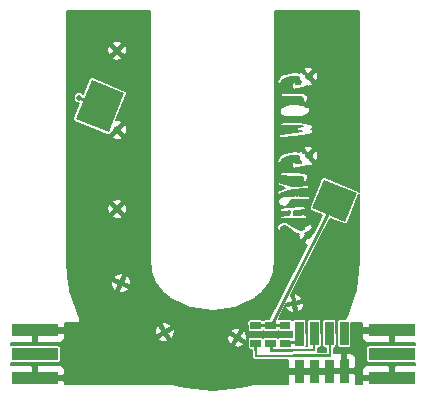
<source format=gbl>
G04 #@! TF.FileFunction,Copper,L2,Bot,Signal*
%FSLAX46Y46*%
G04 Gerber Fmt 4.6, Leading zero omitted, Abs format (unit mm)*
G04 Created by KiCad (PCBNEW 4.0.0-rc2-stable) date 3/3/2016 3:48:12 PM*
%MOMM*%
G01*
G04 APERTURE LIST*
%ADD10C,0.150000*%
%ADD11C,0.500000*%
%ADD12R,4.000000X1.000000*%
%ADD13C,0.600000*%
%ADD14C,0.254000*%
%ADD15C,0.152400*%
G04 APERTURE END LIST*
D10*
D11*
X56021617Y-22521893D03*
X56021617Y-29231410D03*
X56021617Y-35940924D03*
X56361763Y-42209797D03*
X60053126Y-46347791D03*
X66193879Y-46817450D03*
X71010637Y-43908871D03*
X72219270Y-38140924D03*
X72219270Y-31431406D03*
X72219270Y-24721891D03*
D12*
X79309200Y-50206340D03*
X79309200Y-48206340D03*
X79309200Y-46206340D03*
D13*
X78309200Y-50206340D03*
X78309200Y-48206340D03*
X78309200Y-46206340D03*
D12*
X49034782Y-46206340D03*
X49034782Y-48206340D03*
X49034782Y-50206340D03*
D13*
X50034782Y-46206340D03*
X50034782Y-48206340D03*
X50034782Y-50206340D03*
D10*
G36*
X75319890Y-36996060D02*
X72538339Y-35872240D01*
X73512316Y-33461562D01*
X76293867Y-34585382D01*
X75319890Y-36996060D01*
X75319890Y-36996060D01*
G37*
G36*
X55290852Y-29443071D02*
X52509300Y-28319251D01*
X53857884Y-24981389D01*
X56639436Y-26105209D01*
X55290852Y-29443071D01*
X55290852Y-29443071D01*
G37*
D11*
X52812719Y-26500477D03*
D10*
G36*
X71080835Y-50684007D02*
X71071251Y-48684029D01*
X71831243Y-48680387D01*
X71840827Y-50680365D01*
X71080835Y-50684007D01*
X71080835Y-50684007D01*
G37*
G36*
X72350821Y-50677921D02*
X72341237Y-48677943D01*
X73101229Y-48674301D01*
X73110813Y-50674279D01*
X72350821Y-50677921D01*
X72350821Y-50677921D01*
G37*
G36*
X73620806Y-50671835D02*
X73611222Y-48671857D01*
X74371214Y-48668215D01*
X74380798Y-50668193D01*
X73620806Y-50671835D01*
X73620806Y-50671835D01*
G37*
G36*
X74890792Y-50665749D02*
X74881208Y-48665771D01*
X75641200Y-48662129D01*
X75650784Y-50662107D01*
X74890792Y-50665749D01*
X74890792Y-50665749D01*
G37*
G36*
X71065500Y-47484043D02*
X71055916Y-45484065D01*
X71815908Y-45480423D01*
X71825492Y-47480401D01*
X71065500Y-47484043D01*
X71065500Y-47484043D01*
G37*
G36*
X72335486Y-47477957D02*
X72325902Y-45477979D01*
X73085894Y-45474337D01*
X73095478Y-47474315D01*
X72335486Y-47477957D01*
X72335486Y-47477957D01*
G37*
G36*
X73605471Y-47471871D02*
X73595887Y-45471893D01*
X74355879Y-45468251D01*
X74365463Y-47468229D01*
X73605471Y-47471871D01*
X73605471Y-47471871D01*
G37*
G36*
X74885457Y-47465737D02*
X74875873Y-45465760D01*
X75615865Y-45462213D01*
X75625449Y-47462190D01*
X74885457Y-47465737D01*
X74885457Y-47465737D01*
G37*
G36*
X69793807Y-46090121D02*
X69790932Y-45490128D01*
X70690921Y-45485815D01*
X70693796Y-46085808D01*
X69793807Y-46090121D01*
X69793807Y-46090121D01*
G37*
G36*
X69800995Y-47590104D02*
X69798120Y-46990111D01*
X70698109Y-46985798D01*
X70700984Y-47585791D01*
X69800995Y-47590104D01*
X69800995Y-47590104D01*
G37*
G36*
X68551009Y-47596094D02*
X68548134Y-46996101D01*
X69448123Y-46991788D01*
X69450998Y-47591781D01*
X68551009Y-47596094D01*
X68551009Y-47596094D01*
G37*
G36*
X68543821Y-46096111D02*
X68540946Y-45496118D01*
X69440935Y-45491805D01*
X69443810Y-46091798D01*
X68543821Y-46096111D01*
X68543821Y-46096111D01*
G37*
G36*
X67293835Y-46102101D02*
X67290960Y-45502108D01*
X68190949Y-45497795D01*
X68193824Y-46097788D01*
X67293835Y-46102101D01*
X67293835Y-46102101D01*
G37*
G36*
X67301024Y-47602084D02*
X67298149Y-47002091D01*
X68198138Y-46997778D01*
X68201013Y-47597771D01*
X67301024Y-47602084D01*
X67301024Y-47602084D01*
G37*
G36*
X70449789Y-47336991D02*
X70448831Y-47136994D01*
X71348821Y-47132681D01*
X71349779Y-47332678D01*
X70449789Y-47336991D01*
X70449789Y-47336991D01*
G37*
G36*
X69002921Y-47993933D02*
X69001963Y-47793935D01*
X72801919Y-47775725D01*
X72802877Y-47975723D01*
X69002921Y-47993933D01*
X69002921Y-47993933D01*
G37*
G36*
X67655093Y-48450397D02*
X67654134Y-48250400D01*
X74154059Y-48219251D01*
X74155018Y-48419248D01*
X67655093Y-48450397D01*
X67655093Y-48450397D01*
G37*
G36*
X69002442Y-47893934D02*
X69000525Y-47493939D01*
X69200522Y-47492980D01*
X69202439Y-47892975D01*
X69002442Y-47893934D01*
X69002442Y-47893934D01*
G37*
G36*
X72602401Y-47876682D02*
X72600484Y-47476687D01*
X72800481Y-47475728D01*
X72802398Y-47875723D01*
X72602401Y-47876682D01*
X72602401Y-47876682D01*
G37*
G36*
X73954302Y-48270209D02*
X73950468Y-47470218D01*
X74150466Y-47469259D01*
X74154300Y-48269250D01*
X73954302Y-48270209D01*
X73954302Y-48270209D01*
G37*
G36*
X67654374Y-48300399D02*
X67650540Y-47500408D01*
X67850538Y-47499449D01*
X67854372Y-48299440D01*
X67654374Y-48300399D01*
X67654374Y-48300399D01*
G37*
G36*
X68042868Y-45898510D02*
X68041909Y-45698512D01*
X70041886Y-45688928D01*
X70042845Y-45888926D01*
X68042868Y-45898510D01*
X68042868Y-45898510D01*
G37*
D14*
X54570000Y-27210000D02*
X52810000Y-26500000D01*
X54570000Y-27210000D02*
X52810000Y-26500000D01*
X54570000Y-27210000D02*
X52810000Y-26500000D01*
X54570000Y-27210000D02*
X52810000Y-26500000D01*
X54570000Y-27210000D02*
X52810000Y-26500000D01*
X54570000Y-27210000D02*
X52810000Y-26500000D01*
X54570000Y-27210000D02*
X52810000Y-26500000D01*
X54570000Y-27210000D02*
X52810000Y-26500000D01*
X54570000Y-27210000D02*
X52810000Y-26500000D01*
X74420000Y-35230000D02*
X69040000Y-45790000D01*
X74420000Y-35230000D02*
X69040000Y-45790000D01*
X74420000Y-35230000D02*
X69040000Y-45790000D01*
X74420000Y-35230000D02*
X69040000Y-45790000D01*
X74420000Y-35230000D02*
X69040000Y-45790000D01*
X74420000Y-35230000D02*
X69040000Y-45790000D01*
X74420000Y-35230000D02*
X69040000Y-45790000D01*
X74420000Y-35230000D02*
X69040000Y-45790000D01*
X74420000Y-35230000D02*
X69040000Y-45790000D01*
D15*
G36*
X58761400Y-40230000D02*
X58764594Y-40246059D01*
X58763288Y-40262381D01*
X58873288Y-41202381D01*
X58884947Y-41238426D01*
X58892192Y-41275608D01*
X59232192Y-42105608D01*
X59251436Y-42134654D01*
X59266356Y-42166136D01*
X59786355Y-42866136D01*
X59809071Y-42886692D01*
X59827902Y-42910851D01*
X60487902Y-43480851D01*
X60521341Y-43499820D01*
X60552356Y-43522543D01*
X62162356Y-44272543D01*
X62202255Y-44282290D01*
X62241020Y-44295860D01*
X64081020Y-44555860D01*
X64120425Y-44553652D01*
X64159829Y-44555738D01*
X65959829Y-44295738D01*
X65998461Y-44282081D01*
X66038247Y-44272261D01*
X67638248Y-43522261D01*
X67668946Y-43499657D01*
X67702098Y-43480851D01*
X68362099Y-42910851D01*
X68380933Y-42886688D01*
X68403644Y-42866136D01*
X68923644Y-42166136D01*
X68938564Y-42134654D01*
X68957808Y-42105608D01*
X69297808Y-41275608D01*
X69305053Y-41238426D01*
X69316712Y-41202381D01*
X69426712Y-40262381D01*
X69425406Y-40246059D01*
X69428600Y-40230000D01*
X69428600Y-37550000D01*
X69553800Y-37550000D01*
X69553800Y-37590000D01*
X69559250Y-37618300D01*
X69579250Y-37668300D01*
X69589994Y-37686965D01*
X69612994Y-37706611D01*
X69702994Y-37756611D01*
X69740000Y-37766200D01*
X69800000Y-37766200D01*
X69827695Y-37760989D01*
X69853132Y-37744621D01*
X69870197Y-37719646D01*
X69876200Y-37690000D01*
X69876200Y-37547201D01*
X69942414Y-37466274D01*
X70087914Y-37363567D01*
X70148386Y-37356848D01*
X70250856Y-37372613D01*
X70631452Y-37639030D01*
X70887185Y-37884927D01*
X70912975Y-37901247D01*
X71202975Y-38011247D01*
X71215957Y-38014895D01*
X71375957Y-38044895D01*
X71378158Y-38045100D01*
X71372026Y-38066071D01*
X71407874Y-38395995D01*
X71465164Y-38534305D01*
X71640634Y-38542783D01*
X72042493Y-38140924D01*
X71894815Y-37993246D01*
X71977134Y-37974249D01*
X72000108Y-37964790D01*
X72135870Y-37880747D01*
X72219270Y-37964147D01*
X72621129Y-37562288D01*
X72612651Y-37386818D01*
X72496200Y-37352768D01*
X72496200Y-37310000D01*
X72495163Y-37297473D01*
X72485163Y-37237473D01*
X72473980Y-37208612D01*
X72452837Y-37186981D01*
X72424944Y-37175280D01*
X72374944Y-37165280D01*
X72360000Y-37163800D01*
X72290000Y-37163800D01*
X72248038Y-37176395D01*
X72226598Y-37197732D01*
X72152364Y-37309083D01*
X71964199Y-37329528D01*
X71825889Y-37386818D01*
X71817411Y-37562288D01*
X71857372Y-37602249D01*
X71832838Y-37622065D01*
X71673560Y-37675158D01*
X71595779Y-37683800D01*
X71466305Y-37683800D01*
X71307368Y-37657311D01*
X70825466Y-37358531D01*
X70510178Y-37082654D01*
X70477453Y-37065826D01*
X70307453Y-37025826D01*
X70290000Y-37023800D01*
X70080000Y-37023800D01*
X70055903Y-37027710D01*
X69845903Y-37097710D01*
X69814935Y-37117329D01*
X69594935Y-37347329D01*
X69584337Y-37361337D01*
X69574468Y-37389929D01*
X69554468Y-37539929D01*
X69553800Y-37550000D01*
X69428600Y-37550000D01*
X69428600Y-36020000D01*
X69723800Y-36020000D01*
X69723800Y-36050000D01*
X69725424Y-36065648D01*
X69737388Y-36093430D01*
X69759217Y-36114368D01*
X69787473Y-36125163D01*
X69967473Y-36155163D01*
X69980000Y-36156200D01*
X70360000Y-36156200D01*
X70366698Y-36155905D01*
X70623800Y-36133220D01*
X70623800Y-36286183D01*
X70574448Y-36417788D01*
X70567276Y-36424960D01*
X70327180Y-36433852D01*
X70320144Y-36434440D01*
X69860144Y-36494440D01*
X69842305Y-36499011D01*
X69816868Y-36515379D01*
X69799803Y-36540354D01*
X69793800Y-36570000D01*
X69793800Y-36710000D01*
X69799726Y-36739461D01*
X69816724Y-36764481D01*
X69842118Y-36780916D01*
X69871904Y-36786176D01*
X71071394Y-36756189D01*
X71840528Y-36746200D01*
X71940000Y-36746200D01*
X71952527Y-36745163D01*
X72012527Y-36735163D01*
X72043430Y-36722612D01*
X72064368Y-36700783D01*
X72075163Y-36672527D01*
X72085163Y-36612527D01*
X72086200Y-36600000D01*
X72086200Y-36530000D01*
X72084720Y-36515056D01*
X72074720Y-36465056D01*
X72068620Y-36446867D01*
X72050323Y-36422781D01*
X72024097Y-36407710D01*
X71964097Y-36387710D01*
X71936195Y-36383895D01*
X71337293Y-36413840D01*
X70960274Y-36421862D01*
X70985163Y-36272527D01*
X70986200Y-36260000D01*
X70986200Y-36122959D01*
X71373310Y-36106128D01*
X71380565Y-36105464D01*
X71880565Y-36035464D01*
X71906295Y-36027001D01*
X71929502Y-36007602D01*
X71969502Y-35957602D01*
X71980197Y-35939646D01*
X71986200Y-35910000D01*
X71986200Y-35840000D01*
X71980750Y-35811700D01*
X71960750Y-35761700D01*
X71934168Y-35727906D01*
X71906530Y-35715615D01*
X71816530Y-35695615D01*
X71794453Y-35694002D01*
X70424453Y-35794002D01*
X70419761Y-35794491D01*
X69829761Y-35874491D01*
X69793761Y-35889433D01*
X69773840Y-35912194D01*
X69733840Y-35982194D01*
X69723800Y-36020000D01*
X69428600Y-36020000D01*
X69428600Y-35330000D01*
X69623800Y-35330000D01*
X69623800Y-35390000D01*
X69625492Y-35405968D01*
X69637575Y-35433698D01*
X69707575Y-35533698D01*
X69731821Y-35555945D01*
X69921821Y-35665945D01*
X69946369Y-35674971D01*
X70166369Y-35714971D01*
X70194944Y-35714720D01*
X70344944Y-35684720D01*
X70380750Y-35666840D01*
X70660750Y-35416840D01*
X70678155Y-35394078D01*
X70778777Y-35192835D01*
X71145561Y-35165997D01*
X71174078Y-35158155D01*
X71229402Y-35130493D01*
X71372547Y-35164174D01*
X71390000Y-35166200D01*
X72220000Y-35166200D01*
X72248300Y-35160750D01*
X72298300Y-35140750D01*
X72324166Y-35123596D01*
X72340750Y-35098300D01*
X72360750Y-35048300D01*
X72366200Y-35020000D01*
X72366200Y-34910000D01*
X72362453Y-34886400D01*
X72347563Y-34860071D01*
X72323602Y-34841609D01*
X72294347Y-34833924D01*
X71596385Y-34794040D01*
X71328415Y-34764266D01*
X71310913Y-34764344D01*
X71282194Y-34773840D01*
X71267695Y-34782125D01*
X71261794Y-34776284D01*
X71233712Y-34765044D01*
X71203470Y-34765615D01*
X71031638Y-34803800D01*
X70420000Y-34803800D01*
X70392305Y-34809011D01*
X70366868Y-34825379D01*
X70360679Y-34834436D01*
X70356558Y-34829677D01*
X70329421Y-34816316D01*
X70299224Y-34814566D01*
X70019224Y-34854566D01*
X69990795Y-34864659D01*
X69740795Y-35014659D01*
X69727572Y-35024703D01*
X69710189Y-35049458D01*
X69640189Y-35209458D01*
X69634266Y-35231585D01*
X69629615Y-35273437D01*
X69624266Y-35321585D01*
X69623800Y-35330000D01*
X69428600Y-35330000D01*
X69428600Y-34508545D01*
X69553814Y-34508545D01*
X69559250Y-34538300D01*
X69579250Y-34588300D01*
X69586395Y-34601962D01*
X69607732Y-34623402D01*
X69697732Y-34683402D01*
X69739398Y-34696198D01*
X69769090Y-34690429D01*
X70225694Y-34501832D01*
X70904699Y-34295178D01*
X71113975Y-34276153D01*
X71841044Y-34266193D01*
X71851884Y-34265268D01*
X72231884Y-34205268D01*
X72247695Y-34200989D01*
X72273132Y-34184621D01*
X72290197Y-34159646D01*
X72296200Y-34130000D01*
X72296200Y-34030000D01*
X72286160Y-33992194D01*
X72246160Y-33922194D01*
X72229423Y-33902002D01*
X72202964Y-33887343D01*
X72172887Y-33884133D01*
X71215530Y-33973885D01*
X70830809Y-33983045D01*
X70813882Y-33966118D01*
X70784505Y-33947848D01*
X70254505Y-33767848D01*
X70248126Y-33765987D01*
X69758126Y-33645987D01*
X69740000Y-33643800D01*
X69670000Y-33643800D01*
X69642305Y-33649011D01*
X69616868Y-33665379D01*
X69599803Y-33690354D01*
X69593800Y-33720000D01*
X69593800Y-33790000D01*
X69604659Y-33829205D01*
X69634659Y-33879205D01*
X69646404Y-33894166D01*
X69671700Y-33910750D01*
X70071700Y-34070750D01*
X70079606Y-34073420D01*
X70263734Y-34124567D01*
X70072382Y-34198981D01*
X70068593Y-34200574D01*
X69648593Y-34390574D01*
X69626118Y-34406118D01*
X69576118Y-34456118D01*
X69560383Y-34479019D01*
X69553814Y-34508545D01*
X69428600Y-34508545D01*
X69428600Y-32960000D01*
X69833800Y-32960000D01*
X69833800Y-33000000D01*
X69841845Y-33034078D01*
X69861845Y-33074078D01*
X69889555Y-33104580D01*
X69917866Y-33115228D01*
X70227866Y-33165228D01*
X70237374Y-33166155D01*
X70527374Y-33176155D01*
X70530000Y-33176200D01*
X71526645Y-33176200D01*
X71793800Y-33199772D01*
X71793800Y-33235253D01*
X71764388Y-33470549D01*
X71764784Y-33492205D01*
X71775458Y-33520506D01*
X71796302Y-33542425D01*
X71896302Y-33612425D01*
X71918937Y-33623231D01*
X71949087Y-33625656D01*
X71977806Y-33616160D01*
X72047806Y-33576160D01*
X72060632Y-33566946D01*
X72078798Y-33542761D01*
X72178798Y-33332761D01*
X72186069Y-33295525D01*
X72176069Y-33125525D01*
X72170599Y-33101327D01*
X72153882Y-33076118D01*
X71963882Y-32886118D01*
X71943494Y-32871556D01*
X71914227Y-32863917D01*
X71734724Y-32853945D01*
X71305303Y-32823985D01*
X71301524Y-32823815D01*
X70801524Y-32813815D01*
X70800000Y-32813800D01*
X69980000Y-32813800D01*
X69955903Y-32817710D01*
X69895903Y-32837710D01*
X69878612Y-32846020D01*
X69856981Y-32867163D01*
X69845280Y-32895056D01*
X69835280Y-32945056D01*
X69833800Y-32960000D01*
X69428600Y-32960000D01*
X69428600Y-31905247D01*
X69593948Y-31905247D01*
X69595280Y-31924944D01*
X69605280Y-31974944D01*
X69619994Y-32006965D01*
X69642994Y-32026611D01*
X69732994Y-32076611D01*
X69756259Y-32084951D01*
X69786502Y-32084392D01*
X69814144Y-32072111D01*
X69834831Y-32050043D01*
X70036574Y-31723412D01*
X70214229Y-31599053D01*
X70693130Y-31445805D01*
X70981279Y-31436200D01*
X71106003Y-31436200D01*
X71383858Y-31465448D01*
X71407874Y-31686477D01*
X71465164Y-31824787D01*
X71569403Y-31829823D01*
X71493176Y-31906050D01*
X71586217Y-31999091D01*
X71485731Y-32034261D01*
X71218652Y-32043800D01*
X71181564Y-32043800D01*
X71063882Y-31926118D01*
X71039646Y-31909803D01*
X71010000Y-31903800D01*
X70980000Y-31903800D01*
X70951700Y-31909250D01*
X70901700Y-31929250D01*
X70869040Y-31954280D01*
X70809040Y-32034280D01*
X70799803Y-32050354D01*
X70793800Y-32080000D01*
X70793800Y-32250000D01*
X70794388Y-32259451D01*
X70804388Y-32339451D01*
X70815713Y-32370910D01*
X70885713Y-32480910D01*
X70899677Y-32497219D01*
X70925903Y-32512290D01*
X70985903Y-32532290D01*
X71004073Y-32535969D01*
X71034097Y-32532290D01*
X71238235Y-32464244D01*
X71852134Y-32365228D01*
X71874078Y-32358155D01*
X72074078Y-32258155D01*
X72074143Y-32258102D01*
X72144417Y-32278650D01*
X72474341Y-32242802D01*
X72612651Y-32185512D01*
X72621129Y-32010042D01*
X72361535Y-31750448D01*
X72365822Y-31707582D01*
X72364971Y-31686369D01*
X72344971Y-31576369D01*
X72331345Y-31544798D01*
X72247793Y-31431406D01*
X72396047Y-31431406D01*
X72797906Y-31833265D01*
X72973376Y-31824787D01*
X73066514Y-31506259D01*
X73030666Y-31176335D01*
X72973376Y-31038025D01*
X72797906Y-31029547D01*
X72396047Y-31431406D01*
X72247793Y-31431406D01*
X72191345Y-31354798D01*
X72165983Y-31332831D01*
X71885983Y-31182831D01*
X71867260Y-31175781D01*
X71762507Y-31151420D01*
X71640634Y-31029547D01*
X71465164Y-31038025D01*
X71453050Y-31079453D01*
X71437260Y-31075781D01*
X71428415Y-31074266D01*
X71158415Y-31044266D01*
X71150000Y-31043800D01*
X71110000Y-31043800D01*
X71103302Y-31044095D01*
X70763302Y-31074095D01*
X70752472Y-31075843D01*
X70202472Y-31205843D01*
X70182994Y-31213389D01*
X69822994Y-31413389D01*
X69796598Y-31437732D01*
X69616598Y-31707732D01*
X69603948Y-31745247D01*
X69593948Y-31905247D01*
X69428600Y-31905247D01*
X69428600Y-30852770D01*
X71817411Y-30852770D01*
X72219270Y-31254629D01*
X72621129Y-30852770D01*
X72612651Y-30677300D01*
X72294123Y-30584162D01*
X71964199Y-30620010D01*
X71825889Y-30677300D01*
X71817411Y-30852770D01*
X69428600Y-30852770D01*
X69428600Y-29680000D01*
X69693800Y-29680000D01*
X69693800Y-29750000D01*
X69697710Y-29774097D01*
X69717710Y-29834097D01*
X69726020Y-29851388D01*
X69747163Y-29873019D01*
X69775056Y-29884720D01*
X69825056Y-29894720D01*
X69846899Y-29895887D01*
X71056899Y-29785887D01*
X71060483Y-29785476D01*
X72140483Y-29635476D01*
X72147453Y-29634174D01*
X72487453Y-29554174D01*
X72519528Y-29537909D01*
X72538155Y-29514078D01*
X72558155Y-29474078D01*
X72562986Y-29461896D01*
X72592647Y-29363026D01*
X72602290Y-29334097D01*
X72605843Y-29302632D01*
X72597001Y-29273705D01*
X72577602Y-29250498D01*
X72447838Y-29146686D01*
X72545629Y-29111761D01*
X72561388Y-29103980D01*
X72583019Y-29082837D01*
X72594720Y-29054944D01*
X72604720Y-29004944D01*
X72606200Y-28990000D01*
X72606200Y-28930000D01*
X72604720Y-28915056D01*
X72594720Y-28865056D01*
X72581537Y-28835060D01*
X72559205Y-28814659D01*
X72409205Y-28724659D01*
X72386187Y-28715539D01*
X71926187Y-28615539D01*
X71915844Y-28614024D01*
X71395844Y-28574024D01*
X71390000Y-28573800D01*
X70250000Y-28573800D01*
X70241097Y-28574322D01*
X69901097Y-28614322D01*
X69882305Y-28619011D01*
X69856868Y-28635379D01*
X69839803Y-28660354D01*
X69833800Y-28690000D01*
X69833800Y-28790000D01*
X69839011Y-28817695D01*
X69855379Y-28843132D01*
X69880354Y-28860197D01*
X69910000Y-28866200D01*
X69994359Y-28866200D01*
X70049983Y-28890039D01*
X70084306Y-28896078D01*
X70612151Y-28866200D01*
X71038278Y-28866200D01*
X71473934Y-28886003D01*
X71786991Y-28921780D01*
X71762601Y-28924160D01*
X71755056Y-28925280D01*
X71305056Y-29015280D01*
X71281630Y-29024165D01*
X71259040Y-29044280D01*
X71229040Y-29084280D01*
X71219803Y-29100354D01*
X71213800Y-29130000D01*
X71213800Y-29170000D01*
X71219250Y-29198300D01*
X71239250Y-29248300D01*
X71253964Y-29271637D01*
X71278468Y-29289370D01*
X71388468Y-29339370D01*
X71420000Y-29346200D01*
X71470000Y-29346200D01*
X71504078Y-29338155D01*
X71542712Y-29318838D01*
X71692707Y-29340577D01*
X71093223Y-29394102D01*
X71090171Y-29394437D01*
X69860171Y-29554437D01*
X69835922Y-29561845D01*
X69735922Y-29611845D01*
X69716868Y-29625379D01*
X69699803Y-29650354D01*
X69693800Y-29680000D01*
X69428600Y-29680000D01*
X69428600Y-27510000D01*
X69833800Y-27510000D01*
X69833800Y-27750000D01*
X69837269Y-27772729D01*
X69887269Y-27932729D01*
X69912055Y-27969226D01*
X70122055Y-28139226D01*
X70135750Y-28148069D01*
X70164931Y-28156031D01*
X70314931Y-28166031D01*
X70320000Y-28166200D01*
X71160000Y-28166200D01*
X71168061Y-28165772D01*
X71638061Y-28115772D01*
X71652847Y-28112694D01*
X72002847Y-28002694D01*
X72020386Y-27994617D01*
X72260386Y-27844617D01*
X72282425Y-27823698D01*
X72352425Y-27723698D01*
X72360197Y-27709646D01*
X72366200Y-27680000D01*
X72366200Y-27580000D01*
X72365612Y-27570549D01*
X72355612Y-27490549D01*
X72338170Y-27450779D01*
X72228170Y-27320779D01*
X72212268Y-27306598D01*
X72122268Y-27246598D01*
X72082105Y-27233829D01*
X72052305Y-27239011D01*
X72033847Y-27250888D01*
X72026676Y-27223112D01*
X72007071Y-27200077D01*
X71980050Y-27186485D01*
X71650050Y-27096485D01*
X71636328Y-27094063D01*
X71156328Y-27054063D01*
X71148379Y-27053817D01*
X70678379Y-27063817D01*
X70660460Y-27066348D01*
X70170460Y-27196348D01*
X70147074Y-27207041D01*
X69927074Y-27357041D01*
X69906598Y-27377732D01*
X69846598Y-27467732D01*
X69833800Y-27510000D01*
X69428600Y-27510000D01*
X69428600Y-26250000D01*
X69833800Y-26250000D01*
X69833800Y-26280000D01*
X69839250Y-26308300D01*
X69859250Y-26358300D01*
X69867616Y-26373757D01*
X69889555Y-26394580D01*
X69917866Y-26405228D01*
X70227866Y-26455228D01*
X70240000Y-26456200D01*
X71525534Y-26456200D01*
X71793800Y-26487761D01*
X71793800Y-26515253D01*
X71764388Y-26750549D01*
X71764784Y-26772205D01*
X71775458Y-26800506D01*
X71796302Y-26822425D01*
X71896302Y-26892425D01*
X71918937Y-26903231D01*
X71949087Y-26905656D01*
X71977806Y-26896160D01*
X72047806Y-26856160D01*
X72078155Y-26824078D01*
X72178155Y-26624078D01*
X72186069Y-26585525D01*
X72176069Y-26415525D01*
X72170599Y-26391327D01*
X72153882Y-26366118D01*
X71963882Y-26176118D01*
X71947217Y-26163507D01*
X71918415Y-26154266D01*
X71738415Y-26134266D01*
X71735303Y-26133985D01*
X71305303Y-26103985D01*
X71300000Y-26103800D01*
X69980000Y-26103800D01*
X69955903Y-26107710D01*
X69895903Y-26127710D01*
X69878612Y-26136020D01*
X69856981Y-26157163D01*
X69845280Y-26185056D01*
X69835280Y-26235056D01*
X69833800Y-26250000D01*
X69428600Y-26250000D01*
X69428600Y-25185247D01*
X69593948Y-25185247D01*
X69594837Y-25202527D01*
X69604837Y-25262527D01*
X69619994Y-25296965D01*
X69642994Y-25316611D01*
X69732994Y-25366611D01*
X69757225Y-25375122D01*
X69787458Y-25374173D01*
X69814940Y-25361537D01*
X69835341Y-25339205D01*
X70036993Y-25003119D01*
X70213647Y-24879461D01*
X70693654Y-24735459D01*
X70982534Y-24716200D01*
X71106003Y-24716200D01*
X71382706Y-24745327D01*
X71407874Y-24976962D01*
X71465164Y-25115272D01*
X71569403Y-25120308D01*
X71493176Y-25196535D01*
X71578450Y-25281809D01*
X71485731Y-25314261D01*
X71218652Y-25323800D01*
X71181564Y-25323800D01*
X71063882Y-25206118D01*
X71039646Y-25189803D01*
X71010000Y-25183800D01*
X70980000Y-25183800D01*
X70951700Y-25189250D01*
X70901700Y-25209250D01*
X70888038Y-25216395D01*
X70866598Y-25237732D01*
X70806598Y-25327732D01*
X70793800Y-25370000D01*
X70793800Y-25540000D01*
X70794388Y-25549451D01*
X70804388Y-25629451D01*
X70817575Y-25663698D01*
X70887575Y-25763698D01*
X70915922Y-25788155D01*
X70975922Y-25818155D01*
X71004073Y-25825969D01*
X71034097Y-25822290D01*
X71238810Y-25754052D01*
X71853311Y-25645028D01*
X71871270Y-25639488D01*
X72071270Y-25549488D01*
X72072876Y-25548216D01*
X72144417Y-25569135D01*
X72474341Y-25533287D01*
X72612651Y-25475997D01*
X72621129Y-25300527D01*
X72361286Y-25040684D01*
X72365781Y-24997977D01*
X72364971Y-24976369D01*
X72344971Y-24866369D01*
X72331345Y-24834798D01*
X72248151Y-24721891D01*
X72396047Y-24721891D01*
X72797906Y-25123750D01*
X72973376Y-25115272D01*
X73066514Y-24796744D01*
X73030666Y-24466820D01*
X72973376Y-24328510D01*
X72797906Y-24320032D01*
X72396047Y-24721891D01*
X72248151Y-24721891D01*
X72191345Y-24644798D01*
X72165983Y-24622831D01*
X71885983Y-24472831D01*
X71867260Y-24465781D01*
X71761875Y-24441273D01*
X71640634Y-24320032D01*
X71465164Y-24328510D01*
X71453183Y-24369484D01*
X71437260Y-24365781D01*
X71431167Y-24364623D01*
X71161167Y-24324623D01*
X71150000Y-24323800D01*
X71110000Y-24323800D01*
X71101097Y-24324322D01*
X70761097Y-24364322D01*
X70752472Y-24365843D01*
X70202472Y-24495843D01*
X70182994Y-24503389D01*
X69822994Y-24703389D01*
X69797349Y-24726626D01*
X69617349Y-24986626D01*
X69603948Y-25025247D01*
X69593948Y-25185247D01*
X69428600Y-25185247D01*
X69428600Y-24143255D01*
X71817411Y-24143255D01*
X72219270Y-24545114D01*
X72621129Y-24143255D01*
X72612651Y-23967785D01*
X72294123Y-23874647D01*
X71964199Y-23910495D01*
X71825889Y-23967785D01*
X71817411Y-24143255D01*
X69428600Y-24143255D01*
X69428600Y-19128600D01*
X76501400Y-19128600D01*
X76501400Y-34484887D01*
X76458378Y-34420271D01*
X76381180Y-34369276D01*
X73599629Y-33245456D01*
X73515112Y-33228501D01*
X73424218Y-33245775D01*
X73347205Y-33297051D01*
X73296210Y-33374249D01*
X72322233Y-35784927D01*
X72305278Y-35869444D01*
X72322552Y-35960338D01*
X72373828Y-36037351D01*
X72451026Y-36088346D01*
X73390274Y-36467827D01*
X72685194Y-37851777D01*
X72396047Y-38140924D01*
X72447525Y-38192402D01*
X72270748Y-38369179D01*
X72219270Y-38317701D01*
X71817411Y-38719560D01*
X71825889Y-38895030D01*
X72111187Y-38978452D01*
X68910283Y-45261268D01*
X68539829Y-45263043D01*
X68455193Y-45279388D01*
X68377629Y-45329827D01*
X68365693Y-45347477D01*
X68357240Y-45334478D01*
X68280599Y-45282648D01*
X68189832Y-45264720D01*
X67289843Y-45269033D01*
X67205207Y-45285378D01*
X67127643Y-45335817D01*
X67075813Y-45412457D01*
X67057885Y-45503225D01*
X67060760Y-46103218D01*
X67077105Y-46187855D01*
X67127544Y-46265418D01*
X67204185Y-46317248D01*
X67294952Y-46335176D01*
X68194941Y-46330863D01*
X68279577Y-46314518D01*
X68357141Y-46264079D01*
X68369077Y-46246429D01*
X68377530Y-46259428D01*
X68454171Y-46311258D01*
X68544938Y-46329186D01*
X69444927Y-46324873D01*
X69529563Y-46308528D01*
X69607127Y-46258089D01*
X69619063Y-46240439D01*
X69627516Y-46253438D01*
X69704157Y-46305268D01*
X69794924Y-46323196D01*
X70694913Y-46318883D01*
X70779549Y-46302538D01*
X70826611Y-46271934D01*
X70829135Y-46798632D01*
X70787759Y-46770651D01*
X70696992Y-46752723D01*
X69797003Y-46757036D01*
X69712367Y-46773381D01*
X69634803Y-46823820D01*
X69622867Y-46841470D01*
X69614414Y-46828471D01*
X69537773Y-46776641D01*
X69447006Y-46758713D01*
X68547017Y-46763026D01*
X68462381Y-46779371D01*
X68384817Y-46829810D01*
X68372881Y-46847459D01*
X68364429Y-46834461D01*
X68287788Y-46782631D01*
X68197021Y-46764703D01*
X67297032Y-46769016D01*
X67212396Y-46785361D01*
X67134832Y-46835800D01*
X67083002Y-46912440D01*
X67065074Y-47003208D01*
X67067949Y-47603201D01*
X67084294Y-47687838D01*
X67134733Y-47765401D01*
X67211374Y-47817231D01*
X67302141Y-47835159D01*
X67419061Y-47834599D01*
X67421059Y-48251516D01*
X67421059Y-48251518D01*
X67422018Y-48451515D01*
X67438363Y-48536150D01*
X67488802Y-48613714D01*
X67565443Y-48665544D01*
X67656210Y-48683472D01*
X70486977Y-48669906D01*
X70487615Y-48803033D01*
X70490298Y-49362971D01*
X70637046Y-49508320D01*
X71277389Y-49505251D01*
X71277293Y-49485251D01*
X71632889Y-49483547D01*
X71632985Y-49503547D01*
X71907032Y-49502234D01*
X72547375Y-49499165D01*
X72547279Y-49479165D01*
X72902875Y-49477461D01*
X72902971Y-49497461D01*
X73177017Y-49496148D01*
X73817360Y-49493079D01*
X73817264Y-49473079D01*
X74172860Y-49471375D01*
X74172956Y-49491375D01*
X74447003Y-49490062D01*
X75087346Y-49486993D01*
X75081306Y-48226658D01*
X75079585Y-48224953D01*
X75436902Y-48224953D01*
X75442942Y-49485289D01*
X76083285Y-49482220D01*
X76228633Y-49335472D01*
X76225950Y-48775534D01*
X76224836Y-48543127D01*
X76134869Y-48328838D01*
X75969745Y-48165288D01*
X75754604Y-48077379D01*
X75582251Y-48078205D01*
X75436902Y-48224953D01*
X75079585Y-48224953D01*
X74934558Y-48081309D01*
X74762205Y-48082135D01*
X74623687Y-48140290D01*
X74484618Y-48083465D01*
X74386492Y-48083935D01*
X74384642Y-47697816D01*
X74451216Y-47684959D01*
X74528780Y-47634520D01*
X74580610Y-47557879D01*
X74598538Y-47467112D01*
X74588954Y-45467134D01*
X74572609Y-45382498D01*
X74522170Y-45304934D01*
X74445529Y-45253104D01*
X74354762Y-45235176D01*
X73594770Y-45238818D01*
X73510134Y-45255163D01*
X73432570Y-45305602D01*
X73380740Y-45382243D01*
X73362812Y-45473010D01*
X73372396Y-47472988D01*
X73388741Y-47557624D01*
X73439180Y-47635188D01*
X73515821Y-47687018D01*
X73606588Y-47704946D01*
X73718510Y-47704410D01*
X73719870Y-47988251D01*
X73032606Y-47991545D01*
X73035952Y-47974607D01*
X73034994Y-47774609D01*
X73034994Y-47774608D01*
X73034673Y-47707687D01*
X73096595Y-47707390D01*
X73181231Y-47691045D01*
X73258795Y-47640606D01*
X73310625Y-47563965D01*
X73328553Y-47473198D01*
X73318969Y-45473220D01*
X73302624Y-45388584D01*
X73252185Y-45311020D01*
X73175544Y-45259190D01*
X73084777Y-45241262D01*
X72324785Y-45244904D01*
X72240149Y-45261249D01*
X72162585Y-45311688D01*
X72110755Y-45388329D01*
X72092827Y-45479096D01*
X72102411Y-47479074D01*
X72115323Y-47545935D01*
X72045336Y-47546270D01*
X72058567Y-47479284D01*
X72048983Y-45479306D01*
X72032638Y-45394670D01*
X71982199Y-45317106D01*
X71905558Y-45265276D01*
X71814791Y-45247348D01*
X71054799Y-45250990D01*
X70970163Y-45267335D01*
X70892599Y-45317774D01*
X70872993Y-45346765D01*
X70857212Y-45322498D01*
X70780571Y-45270668D01*
X70689804Y-45252740D01*
X69789815Y-45257053D01*
X69705179Y-45273398D01*
X69700849Y-45276214D01*
X70189279Y-44317510D01*
X70264689Y-44317510D01*
X70477850Y-44571867D01*
X70772124Y-44725287D01*
X70918959Y-44754459D01*
X71023462Y-44613247D01*
X70912459Y-44055878D01*
X70355090Y-44166881D01*
X70264689Y-44317510D01*
X70189279Y-44317510D01*
X70347449Y-44007049D01*
X71157644Y-44007049D01*
X71268647Y-44564418D01*
X71419276Y-44654819D01*
X71673633Y-44441658D01*
X71827053Y-44147384D01*
X71856225Y-44000549D01*
X71715013Y-43896046D01*
X71157644Y-44007049D01*
X70347449Y-44007049D01*
X70400496Y-43902929D01*
X70694660Y-43844344D01*
X70745046Y-43894730D01*
X70820492Y-43819284D01*
X70863630Y-43810693D01*
X70857892Y-43781884D01*
X70996496Y-43643280D01*
X70788956Y-43435740D01*
X70752627Y-43253324D01*
X70736409Y-43243590D01*
X70756326Y-43204495D01*
X70997812Y-43204495D01*
X71108815Y-43761864D01*
X71666184Y-43650861D01*
X71756585Y-43500232D01*
X71543424Y-43245875D01*
X71249150Y-43092455D01*
X71102315Y-43063283D01*
X70997812Y-43204495D01*
X70756326Y-43204495D01*
X74052204Y-36735264D01*
X75232577Y-37212166D01*
X75317094Y-37229121D01*
X75407988Y-37211847D01*
X75485001Y-37160571D01*
X75535996Y-37083373D01*
X76501400Y-34693914D01*
X76501400Y-40335665D01*
X76246326Y-42807920D01*
X75478637Y-44955508D01*
X75366410Y-45128166D01*
X75356881Y-45152022D01*
X75342607Y-45173384D01*
X75336913Y-45202010D01*
X75326086Y-45229115D01*
X75326104Y-45230522D01*
X74874756Y-45232685D01*
X74790120Y-45249030D01*
X74712556Y-45299469D01*
X74660726Y-45376110D01*
X74642798Y-45466877D01*
X74652382Y-47466854D01*
X74668728Y-47551491D01*
X74719166Y-47629054D01*
X74795807Y-47680884D01*
X74886574Y-47698812D01*
X75626566Y-47695265D01*
X75711202Y-47678920D01*
X75788766Y-47628481D01*
X75840596Y-47551840D01*
X75858524Y-47461073D01*
X75849407Y-45558600D01*
X76738062Y-45558600D01*
X76725000Y-45590135D01*
X76725000Y-45882490D01*
X76871050Y-46028540D01*
X77441280Y-46028540D01*
X77409788Y-46144673D01*
X77440582Y-46384140D01*
X76871050Y-46384140D01*
X76725000Y-46530190D01*
X76725000Y-46822545D01*
X76813939Y-47037263D01*
X76978278Y-47201601D01*
X77192996Y-47290540D01*
X78985350Y-47290540D01*
X79131400Y-47144490D01*
X79131400Y-46552738D01*
X79208612Y-46268007D01*
X79175246Y-46008540D01*
X79487000Y-46008540D01*
X79487000Y-46028540D01*
X79507000Y-46028540D01*
X79507000Y-46384140D01*
X79487000Y-46384140D01*
X79487000Y-47144490D01*
X79633050Y-47290540D01*
X81201400Y-47290540D01*
X81201400Y-47473262D01*
X77309200Y-47473262D01*
X77224486Y-47489202D01*
X77146682Y-47539268D01*
X77094485Y-47615660D01*
X77076122Y-47706340D01*
X77076122Y-48706340D01*
X77092062Y-48791054D01*
X77142128Y-48868858D01*
X77218520Y-48921055D01*
X77309200Y-48939418D01*
X81201400Y-48939418D01*
X81201400Y-49122140D01*
X79633050Y-49122140D01*
X79487000Y-49268190D01*
X79487000Y-50028540D01*
X79507000Y-50028540D01*
X79507000Y-50384140D01*
X79487000Y-50384140D01*
X79487000Y-50404140D01*
X79171696Y-50404140D01*
X79208612Y-50268007D01*
X79163747Y-49919123D01*
X79131400Y-49841030D01*
X79131400Y-49268190D01*
X78985350Y-49122140D01*
X77192996Y-49122140D01*
X76978278Y-49211079D01*
X76813939Y-49375417D01*
X76725000Y-49590135D01*
X76725000Y-49882490D01*
X76871050Y-50028540D01*
X77441280Y-50028540D01*
X77409788Y-50144673D01*
X77440582Y-50384140D01*
X76871050Y-50384140D01*
X76725000Y-50530190D01*
X76725000Y-50751400D01*
X76235418Y-50751400D01*
X76234420Y-50543103D01*
X76231737Y-49983165D01*
X76084989Y-49837816D01*
X75444646Y-49840885D01*
X75444742Y-49860885D01*
X75089146Y-49862589D01*
X75089050Y-49842589D01*
X74815003Y-49843902D01*
X74174660Y-49846971D01*
X74174756Y-49866971D01*
X73819160Y-49868675D01*
X73819064Y-49848675D01*
X73545018Y-49849988D01*
X72904675Y-49853057D01*
X72904771Y-49873057D01*
X72549175Y-49874761D01*
X72549079Y-49854761D01*
X72275032Y-49856074D01*
X71634689Y-49859143D01*
X71634785Y-49879143D01*
X71279189Y-49880847D01*
X71279093Y-49860847D01*
X70638750Y-49863916D01*
X70493402Y-50010664D01*
X70496085Y-50570602D01*
X70496952Y-50751400D01*
X67690000Y-50751400D01*
X67657081Y-50757948D01*
X67623547Y-50759441D01*
X66506177Y-51033883D01*
X64120000Y-51210636D01*
X61734401Y-51033925D01*
X60637570Y-50759718D01*
X60603476Y-50758059D01*
X60570000Y-50751400D01*
X51618982Y-50751400D01*
X51618982Y-50530190D01*
X51472932Y-50384140D01*
X50902702Y-50384140D01*
X50934194Y-50268007D01*
X50903400Y-50028540D01*
X51472932Y-50028540D01*
X51618982Y-49882490D01*
X51618982Y-49590135D01*
X51530043Y-49375417D01*
X51365704Y-49211079D01*
X51150986Y-49122140D01*
X49358632Y-49122140D01*
X49212582Y-49268190D01*
X49212582Y-49859942D01*
X49135370Y-50144673D01*
X49168736Y-50404140D01*
X48856982Y-50404140D01*
X48856982Y-50384140D01*
X48836982Y-50384140D01*
X48836982Y-50028540D01*
X48856982Y-50028540D01*
X48856982Y-49268190D01*
X48710932Y-49122140D01*
X47038600Y-49122140D01*
X47038600Y-48939418D01*
X51034782Y-48939418D01*
X51119496Y-48923478D01*
X51197300Y-48873412D01*
X51249497Y-48797020D01*
X51267860Y-48706340D01*
X51267860Y-47706340D01*
X51251920Y-47621626D01*
X51201854Y-47543822D01*
X51125462Y-47491625D01*
X51034817Y-47473269D01*
X65936562Y-47473269D01*
X65985346Y-47642034D01*
X66316775Y-47659069D01*
X66629493Y-47547974D01*
X66750827Y-47460282D01*
X66718541Y-47287600D01*
X66234717Y-46989445D01*
X65936562Y-47473269D01*
X51034817Y-47473269D01*
X51034782Y-47473262D01*
X47038600Y-47473262D01*
X47038600Y-47290540D01*
X48710932Y-47290540D01*
X48856982Y-47144490D01*
X48856982Y-46384140D01*
X48836982Y-46384140D01*
X48836982Y-46028540D01*
X48856982Y-46028540D01*
X48856982Y-46008540D01*
X49172286Y-46008540D01*
X49135370Y-46144673D01*
X49180235Y-46493557D01*
X49212582Y-46571650D01*
X49212582Y-47144490D01*
X49358632Y-47290540D01*
X51150986Y-47290540D01*
X51365704Y-47201601D01*
X51530043Y-47037263D01*
X51549619Y-46990000D01*
X59495459Y-46990000D01*
X59783671Y-47154525D01*
X60112906Y-47196231D01*
X60260736Y-47172608D01*
X60309710Y-47003897D01*
X60270645Y-46940346D01*
X65352260Y-46940346D01*
X65463355Y-47253064D01*
X65551047Y-47374398D01*
X65723729Y-47342112D01*
X66021884Y-46858288D01*
X65889347Y-46776612D01*
X66365874Y-46776612D01*
X66849698Y-47074767D01*
X67018463Y-47025983D01*
X67035498Y-46694554D01*
X66924403Y-46381836D01*
X66836711Y-46260502D01*
X66664029Y-46292788D01*
X66365874Y-46776612D01*
X65889347Y-46776612D01*
X65538060Y-46560133D01*
X65369295Y-46608917D01*
X65352260Y-46940346D01*
X60270645Y-46940346D01*
X60012096Y-46519740D01*
X59527939Y-46817354D01*
X59495459Y-46990000D01*
X51549619Y-46990000D01*
X51618982Y-46822545D01*
X51618982Y-46530190D01*
X51496363Y-46407571D01*
X59204686Y-46407571D01*
X59228309Y-46555401D01*
X59397020Y-46604375D01*
X59747682Y-46388821D01*
X60225075Y-46388821D01*
X60522689Y-46872978D01*
X60695335Y-46905458D01*
X60859860Y-46617246D01*
X60901566Y-46288011D01*
X60883446Y-46174618D01*
X65636931Y-46174618D01*
X65669217Y-46347300D01*
X66153041Y-46645455D01*
X66451196Y-46161631D01*
X66402412Y-45992866D01*
X66070983Y-45975831D01*
X65758265Y-46086926D01*
X65636931Y-46174618D01*
X60883446Y-46174618D01*
X60877943Y-46140181D01*
X60709232Y-46091207D01*
X60225075Y-46388821D01*
X59747682Y-46388821D01*
X59881177Y-46306761D01*
X59583563Y-45822604D01*
X59410917Y-45790124D01*
X59246392Y-46078336D01*
X59204686Y-46407571D01*
X51496363Y-46407571D01*
X51472932Y-46384140D01*
X50902702Y-46384140D01*
X50934194Y-46268007D01*
X50903400Y-46028540D01*
X51472932Y-46028540D01*
X51618982Y-45882490D01*
X51618982Y-45691685D01*
X59796542Y-45691685D01*
X60094156Y-46175842D01*
X60578313Y-45878228D01*
X60610793Y-45705582D01*
X60322581Y-45541057D01*
X59993346Y-45499351D01*
X59845516Y-45522974D01*
X59796542Y-45691685D01*
X51618982Y-45691685D01*
X51618982Y-45590135D01*
X51605920Y-45558600D01*
X52640000Y-45558600D01*
X52665196Y-45553588D01*
X52690885Y-45553914D01*
X52717990Y-45543087D01*
X52746616Y-45537393D01*
X52767978Y-45523119D01*
X52791834Y-45513590D01*
X52812731Y-45493216D01*
X52837000Y-45477000D01*
X52851272Y-45455640D01*
X52869668Y-45437705D01*
X52881178Y-45410883D01*
X52897393Y-45386616D01*
X52902405Y-45361419D01*
X52912536Y-45337811D01*
X52912906Y-45308626D01*
X52918600Y-45280000D01*
X52913588Y-45254804D01*
X52913914Y-45229115D01*
X52903087Y-45202010D01*
X52897393Y-45173384D01*
X52883119Y-45152022D01*
X52873590Y-45128166D01*
X52761364Y-44955511D01*
X52023849Y-42892336D01*
X56187259Y-42892336D01*
X56256477Y-43053799D01*
X56587477Y-43029845D01*
X56884114Y-42881045D01*
X56993712Y-42779064D01*
X56940383Y-42611680D01*
X56423493Y-42375445D01*
X56187259Y-42892336D01*
X52023849Y-42892336D01*
X51993674Y-42807923D01*
X51921100Y-42104511D01*
X55517761Y-42104511D01*
X55541715Y-42435511D01*
X55690515Y-42732148D01*
X55792496Y-42841746D01*
X55959880Y-42788417D01*
X56196115Y-42271527D01*
X55925979Y-42148067D01*
X56527411Y-42148067D01*
X57044302Y-42384301D01*
X57205765Y-42315083D01*
X57181811Y-41984083D01*
X57033011Y-41687446D01*
X56931030Y-41577848D01*
X56763646Y-41631177D01*
X56527411Y-42148067D01*
X55925979Y-42148067D01*
X55679224Y-42035293D01*
X55517761Y-42104511D01*
X51921100Y-42104511D01*
X51873229Y-41640530D01*
X55729814Y-41640530D01*
X55783143Y-41807914D01*
X56300033Y-42044149D01*
X56536267Y-41527258D01*
X56467049Y-41365795D01*
X56136049Y-41389749D01*
X55839412Y-41538549D01*
X55729814Y-41640530D01*
X51873229Y-41640530D01*
X51738600Y-40335664D01*
X51738600Y-36519560D01*
X55619758Y-36519560D01*
X55628236Y-36695030D01*
X55946764Y-36788168D01*
X56276688Y-36752320D01*
X56414998Y-36695030D01*
X56423476Y-36519560D01*
X56021617Y-36117701D01*
X55619758Y-36519560D01*
X51738600Y-36519560D01*
X51738600Y-35866071D01*
X55174373Y-35866071D01*
X55210221Y-36195995D01*
X55267511Y-36334305D01*
X55442981Y-36342783D01*
X55844840Y-35940924D01*
X56198394Y-35940924D01*
X56600253Y-36342783D01*
X56775723Y-36334305D01*
X56868861Y-36015777D01*
X56833013Y-35685853D01*
X56775723Y-35547543D01*
X56600253Y-35539065D01*
X56198394Y-35940924D01*
X55844840Y-35940924D01*
X55442981Y-35539065D01*
X55267511Y-35547543D01*
X55174373Y-35866071D01*
X51738600Y-35866071D01*
X51738600Y-35362288D01*
X55619758Y-35362288D01*
X56021617Y-35764147D01*
X56423476Y-35362288D01*
X56414998Y-35186818D01*
X56096470Y-35093680D01*
X55766546Y-35129528D01*
X55628236Y-35186818D01*
X55619758Y-35362288D01*
X51738600Y-35362288D01*
X51738600Y-29810046D01*
X55619758Y-29810046D01*
X55628236Y-29985516D01*
X55946764Y-30078654D01*
X56276688Y-30042806D01*
X56414998Y-29985516D01*
X56423476Y-29810046D01*
X56021617Y-29408187D01*
X55619758Y-29810046D01*
X51738600Y-29810046D01*
X51738600Y-28316455D01*
X52276239Y-28316455D01*
X52293513Y-28407349D01*
X52344789Y-28484362D01*
X52421987Y-28535357D01*
X55203539Y-29659177D01*
X55288056Y-29676132D01*
X55378950Y-29658858D01*
X55419115Y-29632116D01*
X55442981Y-29633269D01*
X55844840Y-29231410D01*
X56198394Y-29231410D01*
X56600253Y-29633269D01*
X56775723Y-29624791D01*
X56868861Y-29306263D01*
X56833013Y-28976339D01*
X56775723Y-28838029D01*
X56600253Y-28829551D01*
X56198394Y-29231410D01*
X55844840Y-29231410D01*
X55793363Y-29179933D01*
X55970140Y-29003156D01*
X56021617Y-29054633D01*
X56423476Y-28652774D01*
X56414998Y-28477304D01*
X56096470Y-28384166D01*
X55964256Y-28398532D01*
X56855542Y-26192522D01*
X56872497Y-26108005D01*
X56855223Y-26017111D01*
X56803947Y-25940098D01*
X56726749Y-25889103D01*
X53945197Y-24765283D01*
X53860680Y-24748328D01*
X53769786Y-24765602D01*
X53692773Y-24816878D01*
X53641778Y-24894076D01*
X53135721Y-26146610D01*
X53084178Y-26094977D01*
X52908336Y-26021961D01*
X52717937Y-26021794D01*
X52541968Y-26094503D01*
X52407219Y-26229018D01*
X52334203Y-26404860D01*
X52334036Y-26595259D01*
X52406745Y-26771228D01*
X52541260Y-26905977D01*
X52717102Y-26978993D01*
X52799388Y-26979065D01*
X52293194Y-28231938D01*
X52276239Y-28316455D01*
X51738600Y-28316455D01*
X51738600Y-23100529D01*
X55619758Y-23100529D01*
X55628236Y-23275999D01*
X55946764Y-23369137D01*
X56276688Y-23333289D01*
X56414998Y-23275999D01*
X56423476Y-23100529D01*
X56021617Y-22698670D01*
X55619758Y-23100529D01*
X51738600Y-23100529D01*
X51738600Y-22447040D01*
X55174373Y-22447040D01*
X55210221Y-22776964D01*
X55267511Y-22915274D01*
X55442981Y-22923752D01*
X55844840Y-22521893D01*
X56198394Y-22521893D01*
X56600253Y-22923752D01*
X56775723Y-22915274D01*
X56868861Y-22596746D01*
X56833013Y-22266822D01*
X56775723Y-22128512D01*
X56600253Y-22120034D01*
X56198394Y-22521893D01*
X55844840Y-22521893D01*
X55442981Y-22120034D01*
X55267511Y-22128512D01*
X55174373Y-22447040D01*
X51738600Y-22447040D01*
X51738600Y-21943257D01*
X55619758Y-21943257D01*
X56021617Y-22345116D01*
X56423476Y-21943257D01*
X56414998Y-21767787D01*
X56096470Y-21674649D01*
X55766546Y-21710497D01*
X55628236Y-21767787D01*
X55619758Y-21943257D01*
X51738600Y-21943257D01*
X51738600Y-19128600D01*
X58761400Y-19128600D01*
X58761400Y-40230000D01*
X58761400Y-40230000D01*
G37*
X58761400Y-40230000D02*
X58764594Y-40246059D01*
X58763288Y-40262381D01*
X58873288Y-41202381D01*
X58884947Y-41238426D01*
X58892192Y-41275608D01*
X59232192Y-42105608D01*
X59251436Y-42134654D01*
X59266356Y-42166136D01*
X59786355Y-42866136D01*
X59809071Y-42886692D01*
X59827902Y-42910851D01*
X60487902Y-43480851D01*
X60521341Y-43499820D01*
X60552356Y-43522543D01*
X62162356Y-44272543D01*
X62202255Y-44282290D01*
X62241020Y-44295860D01*
X64081020Y-44555860D01*
X64120425Y-44553652D01*
X64159829Y-44555738D01*
X65959829Y-44295738D01*
X65998461Y-44282081D01*
X66038247Y-44272261D01*
X67638248Y-43522261D01*
X67668946Y-43499657D01*
X67702098Y-43480851D01*
X68362099Y-42910851D01*
X68380933Y-42886688D01*
X68403644Y-42866136D01*
X68923644Y-42166136D01*
X68938564Y-42134654D01*
X68957808Y-42105608D01*
X69297808Y-41275608D01*
X69305053Y-41238426D01*
X69316712Y-41202381D01*
X69426712Y-40262381D01*
X69425406Y-40246059D01*
X69428600Y-40230000D01*
X69428600Y-37550000D01*
X69553800Y-37550000D01*
X69553800Y-37590000D01*
X69559250Y-37618300D01*
X69579250Y-37668300D01*
X69589994Y-37686965D01*
X69612994Y-37706611D01*
X69702994Y-37756611D01*
X69740000Y-37766200D01*
X69800000Y-37766200D01*
X69827695Y-37760989D01*
X69853132Y-37744621D01*
X69870197Y-37719646D01*
X69876200Y-37690000D01*
X69876200Y-37547201D01*
X69942414Y-37466274D01*
X70087914Y-37363567D01*
X70148386Y-37356848D01*
X70250856Y-37372613D01*
X70631452Y-37639030D01*
X70887185Y-37884927D01*
X70912975Y-37901247D01*
X71202975Y-38011247D01*
X71215957Y-38014895D01*
X71375957Y-38044895D01*
X71378158Y-38045100D01*
X71372026Y-38066071D01*
X71407874Y-38395995D01*
X71465164Y-38534305D01*
X71640634Y-38542783D01*
X72042493Y-38140924D01*
X71894815Y-37993246D01*
X71977134Y-37974249D01*
X72000108Y-37964790D01*
X72135870Y-37880747D01*
X72219270Y-37964147D01*
X72621129Y-37562288D01*
X72612651Y-37386818D01*
X72496200Y-37352768D01*
X72496200Y-37310000D01*
X72495163Y-37297473D01*
X72485163Y-37237473D01*
X72473980Y-37208612D01*
X72452837Y-37186981D01*
X72424944Y-37175280D01*
X72374944Y-37165280D01*
X72360000Y-37163800D01*
X72290000Y-37163800D01*
X72248038Y-37176395D01*
X72226598Y-37197732D01*
X72152364Y-37309083D01*
X71964199Y-37329528D01*
X71825889Y-37386818D01*
X71817411Y-37562288D01*
X71857372Y-37602249D01*
X71832838Y-37622065D01*
X71673560Y-37675158D01*
X71595779Y-37683800D01*
X71466305Y-37683800D01*
X71307368Y-37657311D01*
X70825466Y-37358531D01*
X70510178Y-37082654D01*
X70477453Y-37065826D01*
X70307453Y-37025826D01*
X70290000Y-37023800D01*
X70080000Y-37023800D01*
X70055903Y-37027710D01*
X69845903Y-37097710D01*
X69814935Y-37117329D01*
X69594935Y-37347329D01*
X69584337Y-37361337D01*
X69574468Y-37389929D01*
X69554468Y-37539929D01*
X69553800Y-37550000D01*
X69428600Y-37550000D01*
X69428600Y-36020000D01*
X69723800Y-36020000D01*
X69723800Y-36050000D01*
X69725424Y-36065648D01*
X69737388Y-36093430D01*
X69759217Y-36114368D01*
X69787473Y-36125163D01*
X69967473Y-36155163D01*
X69980000Y-36156200D01*
X70360000Y-36156200D01*
X70366698Y-36155905D01*
X70623800Y-36133220D01*
X70623800Y-36286183D01*
X70574448Y-36417788D01*
X70567276Y-36424960D01*
X70327180Y-36433852D01*
X70320144Y-36434440D01*
X69860144Y-36494440D01*
X69842305Y-36499011D01*
X69816868Y-36515379D01*
X69799803Y-36540354D01*
X69793800Y-36570000D01*
X69793800Y-36710000D01*
X69799726Y-36739461D01*
X69816724Y-36764481D01*
X69842118Y-36780916D01*
X69871904Y-36786176D01*
X71071394Y-36756189D01*
X71840528Y-36746200D01*
X71940000Y-36746200D01*
X71952527Y-36745163D01*
X72012527Y-36735163D01*
X72043430Y-36722612D01*
X72064368Y-36700783D01*
X72075163Y-36672527D01*
X72085163Y-36612527D01*
X72086200Y-36600000D01*
X72086200Y-36530000D01*
X72084720Y-36515056D01*
X72074720Y-36465056D01*
X72068620Y-36446867D01*
X72050323Y-36422781D01*
X72024097Y-36407710D01*
X71964097Y-36387710D01*
X71936195Y-36383895D01*
X71337293Y-36413840D01*
X70960274Y-36421862D01*
X70985163Y-36272527D01*
X70986200Y-36260000D01*
X70986200Y-36122959D01*
X71373310Y-36106128D01*
X71380565Y-36105464D01*
X71880565Y-36035464D01*
X71906295Y-36027001D01*
X71929502Y-36007602D01*
X71969502Y-35957602D01*
X71980197Y-35939646D01*
X71986200Y-35910000D01*
X71986200Y-35840000D01*
X71980750Y-35811700D01*
X71960750Y-35761700D01*
X71934168Y-35727906D01*
X71906530Y-35715615D01*
X71816530Y-35695615D01*
X71794453Y-35694002D01*
X70424453Y-35794002D01*
X70419761Y-35794491D01*
X69829761Y-35874491D01*
X69793761Y-35889433D01*
X69773840Y-35912194D01*
X69733840Y-35982194D01*
X69723800Y-36020000D01*
X69428600Y-36020000D01*
X69428600Y-35330000D01*
X69623800Y-35330000D01*
X69623800Y-35390000D01*
X69625492Y-35405968D01*
X69637575Y-35433698D01*
X69707575Y-35533698D01*
X69731821Y-35555945D01*
X69921821Y-35665945D01*
X69946369Y-35674971D01*
X70166369Y-35714971D01*
X70194944Y-35714720D01*
X70344944Y-35684720D01*
X70380750Y-35666840D01*
X70660750Y-35416840D01*
X70678155Y-35394078D01*
X70778777Y-35192835D01*
X71145561Y-35165997D01*
X71174078Y-35158155D01*
X71229402Y-35130493D01*
X71372547Y-35164174D01*
X71390000Y-35166200D01*
X72220000Y-35166200D01*
X72248300Y-35160750D01*
X72298300Y-35140750D01*
X72324166Y-35123596D01*
X72340750Y-35098300D01*
X72360750Y-35048300D01*
X72366200Y-35020000D01*
X72366200Y-34910000D01*
X72362453Y-34886400D01*
X72347563Y-34860071D01*
X72323602Y-34841609D01*
X72294347Y-34833924D01*
X71596385Y-34794040D01*
X71328415Y-34764266D01*
X71310913Y-34764344D01*
X71282194Y-34773840D01*
X71267695Y-34782125D01*
X71261794Y-34776284D01*
X71233712Y-34765044D01*
X71203470Y-34765615D01*
X71031638Y-34803800D01*
X70420000Y-34803800D01*
X70392305Y-34809011D01*
X70366868Y-34825379D01*
X70360679Y-34834436D01*
X70356558Y-34829677D01*
X70329421Y-34816316D01*
X70299224Y-34814566D01*
X70019224Y-34854566D01*
X69990795Y-34864659D01*
X69740795Y-35014659D01*
X69727572Y-35024703D01*
X69710189Y-35049458D01*
X69640189Y-35209458D01*
X69634266Y-35231585D01*
X69629615Y-35273437D01*
X69624266Y-35321585D01*
X69623800Y-35330000D01*
X69428600Y-35330000D01*
X69428600Y-34508545D01*
X69553814Y-34508545D01*
X69559250Y-34538300D01*
X69579250Y-34588300D01*
X69586395Y-34601962D01*
X69607732Y-34623402D01*
X69697732Y-34683402D01*
X69739398Y-34696198D01*
X69769090Y-34690429D01*
X70225694Y-34501832D01*
X70904699Y-34295178D01*
X71113975Y-34276153D01*
X71841044Y-34266193D01*
X71851884Y-34265268D01*
X72231884Y-34205268D01*
X72247695Y-34200989D01*
X72273132Y-34184621D01*
X72290197Y-34159646D01*
X72296200Y-34130000D01*
X72296200Y-34030000D01*
X72286160Y-33992194D01*
X72246160Y-33922194D01*
X72229423Y-33902002D01*
X72202964Y-33887343D01*
X72172887Y-33884133D01*
X71215530Y-33973885D01*
X70830809Y-33983045D01*
X70813882Y-33966118D01*
X70784505Y-33947848D01*
X70254505Y-33767848D01*
X70248126Y-33765987D01*
X69758126Y-33645987D01*
X69740000Y-33643800D01*
X69670000Y-33643800D01*
X69642305Y-33649011D01*
X69616868Y-33665379D01*
X69599803Y-33690354D01*
X69593800Y-33720000D01*
X69593800Y-33790000D01*
X69604659Y-33829205D01*
X69634659Y-33879205D01*
X69646404Y-33894166D01*
X69671700Y-33910750D01*
X70071700Y-34070750D01*
X70079606Y-34073420D01*
X70263734Y-34124567D01*
X70072382Y-34198981D01*
X70068593Y-34200574D01*
X69648593Y-34390574D01*
X69626118Y-34406118D01*
X69576118Y-34456118D01*
X69560383Y-34479019D01*
X69553814Y-34508545D01*
X69428600Y-34508545D01*
X69428600Y-32960000D01*
X69833800Y-32960000D01*
X69833800Y-33000000D01*
X69841845Y-33034078D01*
X69861845Y-33074078D01*
X69889555Y-33104580D01*
X69917866Y-33115228D01*
X70227866Y-33165228D01*
X70237374Y-33166155D01*
X70527374Y-33176155D01*
X70530000Y-33176200D01*
X71526645Y-33176200D01*
X71793800Y-33199772D01*
X71793800Y-33235253D01*
X71764388Y-33470549D01*
X71764784Y-33492205D01*
X71775458Y-33520506D01*
X71796302Y-33542425D01*
X71896302Y-33612425D01*
X71918937Y-33623231D01*
X71949087Y-33625656D01*
X71977806Y-33616160D01*
X72047806Y-33576160D01*
X72060632Y-33566946D01*
X72078798Y-33542761D01*
X72178798Y-33332761D01*
X72186069Y-33295525D01*
X72176069Y-33125525D01*
X72170599Y-33101327D01*
X72153882Y-33076118D01*
X71963882Y-32886118D01*
X71943494Y-32871556D01*
X71914227Y-32863917D01*
X71734724Y-32853945D01*
X71305303Y-32823985D01*
X71301524Y-32823815D01*
X70801524Y-32813815D01*
X70800000Y-32813800D01*
X69980000Y-32813800D01*
X69955903Y-32817710D01*
X69895903Y-32837710D01*
X69878612Y-32846020D01*
X69856981Y-32867163D01*
X69845280Y-32895056D01*
X69835280Y-32945056D01*
X69833800Y-32960000D01*
X69428600Y-32960000D01*
X69428600Y-31905247D01*
X69593948Y-31905247D01*
X69595280Y-31924944D01*
X69605280Y-31974944D01*
X69619994Y-32006965D01*
X69642994Y-32026611D01*
X69732994Y-32076611D01*
X69756259Y-32084951D01*
X69786502Y-32084392D01*
X69814144Y-32072111D01*
X69834831Y-32050043D01*
X70036574Y-31723412D01*
X70214229Y-31599053D01*
X70693130Y-31445805D01*
X70981279Y-31436200D01*
X71106003Y-31436200D01*
X71383858Y-31465448D01*
X71407874Y-31686477D01*
X71465164Y-31824787D01*
X71569403Y-31829823D01*
X71493176Y-31906050D01*
X71586217Y-31999091D01*
X71485731Y-32034261D01*
X71218652Y-32043800D01*
X71181564Y-32043800D01*
X71063882Y-31926118D01*
X71039646Y-31909803D01*
X71010000Y-31903800D01*
X70980000Y-31903800D01*
X70951700Y-31909250D01*
X70901700Y-31929250D01*
X70869040Y-31954280D01*
X70809040Y-32034280D01*
X70799803Y-32050354D01*
X70793800Y-32080000D01*
X70793800Y-32250000D01*
X70794388Y-32259451D01*
X70804388Y-32339451D01*
X70815713Y-32370910D01*
X70885713Y-32480910D01*
X70899677Y-32497219D01*
X70925903Y-32512290D01*
X70985903Y-32532290D01*
X71004073Y-32535969D01*
X71034097Y-32532290D01*
X71238235Y-32464244D01*
X71852134Y-32365228D01*
X71874078Y-32358155D01*
X72074078Y-32258155D01*
X72074143Y-32258102D01*
X72144417Y-32278650D01*
X72474341Y-32242802D01*
X72612651Y-32185512D01*
X72621129Y-32010042D01*
X72361535Y-31750448D01*
X72365822Y-31707582D01*
X72364971Y-31686369D01*
X72344971Y-31576369D01*
X72331345Y-31544798D01*
X72247793Y-31431406D01*
X72396047Y-31431406D01*
X72797906Y-31833265D01*
X72973376Y-31824787D01*
X73066514Y-31506259D01*
X73030666Y-31176335D01*
X72973376Y-31038025D01*
X72797906Y-31029547D01*
X72396047Y-31431406D01*
X72247793Y-31431406D01*
X72191345Y-31354798D01*
X72165983Y-31332831D01*
X71885983Y-31182831D01*
X71867260Y-31175781D01*
X71762507Y-31151420D01*
X71640634Y-31029547D01*
X71465164Y-31038025D01*
X71453050Y-31079453D01*
X71437260Y-31075781D01*
X71428415Y-31074266D01*
X71158415Y-31044266D01*
X71150000Y-31043800D01*
X71110000Y-31043800D01*
X71103302Y-31044095D01*
X70763302Y-31074095D01*
X70752472Y-31075843D01*
X70202472Y-31205843D01*
X70182994Y-31213389D01*
X69822994Y-31413389D01*
X69796598Y-31437732D01*
X69616598Y-31707732D01*
X69603948Y-31745247D01*
X69593948Y-31905247D01*
X69428600Y-31905247D01*
X69428600Y-30852770D01*
X71817411Y-30852770D01*
X72219270Y-31254629D01*
X72621129Y-30852770D01*
X72612651Y-30677300D01*
X72294123Y-30584162D01*
X71964199Y-30620010D01*
X71825889Y-30677300D01*
X71817411Y-30852770D01*
X69428600Y-30852770D01*
X69428600Y-29680000D01*
X69693800Y-29680000D01*
X69693800Y-29750000D01*
X69697710Y-29774097D01*
X69717710Y-29834097D01*
X69726020Y-29851388D01*
X69747163Y-29873019D01*
X69775056Y-29884720D01*
X69825056Y-29894720D01*
X69846899Y-29895887D01*
X71056899Y-29785887D01*
X71060483Y-29785476D01*
X72140483Y-29635476D01*
X72147453Y-29634174D01*
X72487453Y-29554174D01*
X72519528Y-29537909D01*
X72538155Y-29514078D01*
X72558155Y-29474078D01*
X72562986Y-29461896D01*
X72592647Y-29363026D01*
X72602290Y-29334097D01*
X72605843Y-29302632D01*
X72597001Y-29273705D01*
X72577602Y-29250498D01*
X72447838Y-29146686D01*
X72545629Y-29111761D01*
X72561388Y-29103980D01*
X72583019Y-29082837D01*
X72594720Y-29054944D01*
X72604720Y-29004944D01*
X72606200Y-28990000D01*
X72606200Y-28930000D01*
X72604720Y-28915056D01*
X72594720Y-28865056D01*
X72581537Y-28835060D01*
X72559205Y-28814659D01*
X72409205Y-28724659D01*
X72386187Y-28715539D01*
X71926187Y-28615539D01*
X71915844Y-28614024D01*
X71395844Y-28574024D01*
X71390000Y-28573800D01*
X70250000Y-28573800D01*
X70241097Y-28574322D01*
X69901097Y-28614322D01*
X69882305Y-28619011D01*
X69856868Y-28635379D01*
X69839803Y-28660354D01*
X69833800Y-28690000D01*
X69833800Y-28790000D01*
X69839011Y-28817695D01*
X69855379Y-28843132D01*
X69880354Y-28860197D01*
X69910000Y-28866200D01*
X69994359Y-28866200D01*
X70049983Y-28890039D01*
X70084306Y-28896078D01*
X70612151Y-28866200D01*
X71038278Y-28866200D01*
X71473934Y-28886003D01*
X71786991Y-28921780D01*
X71762601Y-28924160D01*
X71755056Y-28925280D01*
X71305056Y-29015280D01*
X71281630Y-29024165D01*
X71259040Y-29044280D01*
X71229040Y-29084280D01*
X71219803Y-29100354D01*
X71213800Y-29130000D01*
X71213800Y-29170000D01*
X71219250Y-29198300D01*
X71239250Y-29248300D01*
X71253964Y-29271637D01*
X71278468Y-29289370D01*
X71388468Y-29339370D01*
X71420000Y-29346200D01*
X71470000Y-29346200D01*
X71504078Y-29338155D01*
X71542712Y-29318838D01*
X71692707Y-29340577D01*
X71093223Y-29394102D01*
X71090171Y-29394437D01*
X69860171Y-29554437D01*
X69835922Y-29561845D01*
X69735922Y-29611845D01*
X69716868Y-29625379D01*
X69699803Y-29650354D01*
X69693800Y-29680000D01*
X69428600Y-29680000D01*
X69428600Y-27510000D01*
X69833800Y-27510000D01*
X69833800Y-27750000D01*
X69837269Y-27772729D01*
X69887269Y-27932729D01*
X69912055Y-27969226D01*
X70122055Y-28139226D01*
X70135750Y-28148069D01*
X70164931Y-28156031D01*
X70314931Y-28166031D01*
X70320000Y-28166200D01*
X71160000Y-28166200D01*
X71168061Y-28165772D01*
X71638061Y-28115772D01*
X71652847Y-28112694D01*
X72002847Y-28002694D01*
X72020386Y-27994617D01*
X72260386Y-27844617D01*
X72282425Y-27823698D01*
X72352425Y-27723698D01*
X72360197Y-27709646D01*
X72366200Y-27680000D01*
X72366200Y-27580000D01*
X72365612Y-27570549D01*
X72355612Y-27490549D01*
X72338170Y-27450779D01*
X72228170Y-27320779D01*
X72212268Y-27306598D01*
X72122268Y-27246598D01*
X72082105Y-27233829D01*
X72052305Y-27239011D01*
X72033847Y-27250888D01*
X72026676Y-27223112D01*
X72007071Y-27200077D01*
X71980050Y-27186485D01*
X71650050Y-27096485D01*
X71636328Y-27094063D01*
X71156328Y-27054063D01*
X71148379Y-27053817D01*
X70678379Y-27063817D01*
X70660460Y-27066348D01*
X70170460Y-27196348D01*
X70147074Y-27207041D01*
X69927074Y-27357041D01*
X69906598Y-27377732D01*
X69846598Y-27467732D01*
X69833800Y-27510000D01*
X69428600Y-27510000D01*
X69428600Y-26250000D01*
X69833800Y-26250000D01*
X69833800Y-26280000D01*
X69839250Y-26308300D01*
X69859250Y-26358300D01*
X69867616Y-26373757D01*
X69889555Y-26394580D01*
X69917866Y-26405228D01*
X70227866Y-26455228D01*
X70240000Y-26456200D01*
X71525534Y-26456200D01*
X71793800Y-26487761D01*
X71793800Y-26515253D01*
X71764388Y-26750549D01*
X71764784Y-26772205D01*
X71775458Y-26800506D01*
X71796302Y-26822425D01*
X71896302Y-26892425D01*
X71918937Y-26903231D01*
X71949087Y-26905656D01*
X71977806Y-26896160D01*
X72047806Y-26856160D01*
X72078155Y-26824078D01*
X72178155Y-26624078D01*
X72186069Y-26585525D01*
X72176069Y-26415525D01*
X72170599Y-26391327D01*
X72153882Y-26366118D01*
X71963882Y-26176118D01*
X71947217Y-26163507D01*
X71918415Y-26154266D01*
X71738415Y-26134266D01*
X71735303Y-26133985D01*
X71305303Y-26103985D01*
X71300000Y-26103800D01*
X69980000Y-26103800D01*
X69955903Y-26107710D01*
X69895903Y-26127710D01*
X69878612Y-26136020D01*
X69856981Y-26157163D01*
X69845280Y-26185056D01*
X69835280Y-26235056D01*
X69833800Y-26250000D01*
X69428600Y-26250000D01*
X69428600Y-25185247D01*
X69593948Y-25185247D01*
X69594837Y-25202527D01*
X69604837Y-25262527D01*
X69619994Y-25296965D01*
X69642994Y-25316611D01*
X69732994Y-25366611D01*
X69757225Y-25375122D01*
X69787458Y-25374173D01*
X69814940Y-25361537D01*
X69835341Y-25339205D01*
X70036993Y-25003119D01*
X70213647Y-24879461D01*
X70693654Y-24735459D01*
X70982534Y-24716200D01*
X71106003Y-24716200D01*
X71382706Y-24745327D01*
X71407874Y-24976962D01*
X71465164Y-25115272D01*
X71569403Y-25120308D01*
X71493176Y-25196535D01*
X71578450Y-25281809D01*
X71485731Y-25314261D01*
X71218652Y-25323800D01*
X71181564Y-25323800D01*
X71063882Y-25206118D01*
X71039646Y-25189803D01*
X71010000Y-25183800D01*
X70980000Y-25183800D01*
X70951700Y-25189250D01*
X70901700Y-25209250D01*
X70888038Y-25216395D01*
X70866598Y-25237732D01*
X70806598Y-25327732D01*
X70793800Y-25370000D01*
X70793800Y-25540000D01*
X70794388Y-25549451D01*
X70804388Y-25629451D01*
X70817575Y-25663698D01*
X70887575Y-25763698D01*
X70915922Y-25788155D01*
X70975922Y-25818155D01*
X71004073Y-25825969D01*
X71034097Y-25822290D01*
X71238810Y-25754052D01*
X71853311Y-25645028D01*
X71871270Y-25639488D01*
X72071270Y-25549488D01*
X72072876Y-25548216D01*
X72144417Y-25569135D01*
X72474341Y-25533287D01*
X72612651Y-25475997D01*
X72621129Y-25300527D01*
X72361286Y-25040684D01*
X72365781Y-24997977D01*
X72364971Y-24976369D01*
X72344971Y-24866369D01*
X72331345Y-24834798D01*
X72248151Y-24721891D01*
X72396047Y-24721891D01*
X72797906Y-25123750D01*
X72973376Y-25115272D01*
X73066514Y-24796744D01*
X73030666Y-24466820D01*
X72973376Y-24328510D01*
X72797906Y-24320032D01*
X72396047Y-24721891D01*
X72248151Y-24721891D01*
X72191345Y-24644798D01*
X72165983Y-24622831D01*
X71885983Y-24472831D01*
X71867260Y-24465781D01*
X71761875Y-24441273D01*
X71640634Y-24320032D01*
X71465164Y-24328510D01*
X71453183Y-24369484D01*
X71437260Y-24365781D01*
X71431167Y-24364623D01*
X71161167Y-24324623D01*
X71150000Y-24323800D01*
X71110000Y-24323800D01*
X71101097Y-24324322D01*
X70761097Y-24364322D01*
X70752472Y-24365843D01*
X70202472Y-24495843D01*
X70182994Y-24503389D01*
X69822994Y-24703389D01*
X69797349Y-24726626D01*
X69617349Y-24986626D01*
X69603948Y-25025247D01*
X69593948Y-25185247D01*
X69428600Y-25185247D01*
X69428600Y-24143255D01*
X71817411Y-24143255D01*
X72219270Y-24545114D01*
X72621129Y-24143255D01*
X72612651Y-23967785D01*
X72294123Y-23874647D01*
X71964199Y-23910495D01*
X71825889Y-23967785D01*
X71817411Y-24143255D01*
X69428600Y-24143255D01*
X69428600Y-19128600D01*
X76501400Y-19128600D01*
X76501400Y-34484887D01*
X76458378Y-34420271D01*
X76381180Y-34369276D01*
X73599629Y-33245456D01*
X73515112Y-33228501D01*
X73424218Y-33245775D01*
X73347205Y-33297051D01*
X73296210Y-33374249D01*
X72322233Y-35784927D01*
X72305278Y-35869444D01*
X72322552Y-35960338D01*
X72373828Y-36037351D01*
X72451026Y-36088346D01*
X73390274Y-36467827D01*
X72685194Y-37851777D01*
X72396047Y-38140924D01*
X72447525Y-38192402D01*
X72270748Y-38369179D01*
X72219270Y-38317701D01*
X71817411Y-38719560D01*
X71825889Y-38895030D01*
X72111187Y-38978452D01*
X68910283Y-45261268D01*
X68539829Y-45263043D01*
X68455193Y-45279388D01*
X68377629Y-45329827D01*
X68365693Y-45347477D01*
X68357240Y-45334478D01*
X68280599Y-45282648D01*
X68189832Y-45264720D01*
X67289843Y-45269033D01*
X67205207Y-45285378D01*
X67127643Y-45335817D01*
X67075813Y-45412457D01*
X67057885Y-45503225D01*
X67060760Y-46103218D01*
X67077105Y-46187855D01*
X67127544Y-46265418D01*
X67204185Y-46317248D01*
X67294952Y-46335176D01*
X68194941Y-46330863D01*
X68279577Y-46314518D01*
X68357141Y-46264079D01*
X68369077Y-46246429D01*
X68377530Y-46259428D01*
X68454171Y-46311258D01*
X68544938Y-46329186D01*
X69444927Y-46324873D01*
X69529563Y-46308528D01*
X69607127Y-46258089D01*
X69619063Y-46240439D01*
X69627516Y-46253438D01*
X69704157Y-46305268D01*
X69794924Y-46323196D01*
X70694913Y-46318883D01*
X70779549Y-46302538D01*
X70826611Y-46271934D01*
X70829135Y-46798632D01*
X70787759Y-46770651D01*
X70696992Y-46752723D01*
X69797003Y-46757036D01*
X69712367Y-46773381D01*
X69634803Y-46823820D01*
X69622867Y-46841470D01*
X69614414Y-46828471D01*
X69537773Y-46776641D01*
X69447006Y-46758713D01*
X68547017Y-46763026D01*
X68462381Y-46779371D01*
X68384817Y-46829810D01*
X68372881Y-46847459D01*
X68364429Y-46834461D01*
X68287788Y-46782631D01*
X68197021Y-46764703D01*
X67297032Y-46769016D01*
X67212396Y-46785361D01*
X67134832Y-46835800D01*
X67083002Y-46912440D01*
X67065074Y-47003208D01*
X67067949Y-47603201D01*
X67084294Y-47687838D01*
X67134733Y-47765401D01*
X67211374Y-47817231D01*
X67302141Y-47835159D01*
X67419061Y-47834599D01*
X67421059Y-48251516D01*
X67421059Y-48251518D01*
X67422018Y-48451515D01*
X67438363Y-48536150D01*
X67488802Y-48613714D01*
X67565443Y-48665544D01*
X67656210Y-48683472D01*
X70486977Y-48669906D01*
X70487615Y-48803033D01*
X70490298Y-49362971D01*
X70637046Y-49508320D01*
X71277389Y-49505251D01*
X71277293Y-49485251D01*
X71632889Y-49483547D01*
X71632985Y-49503547D01*
X71907032Y-49502234D01*
X72547375Y-49499165D01*
X72547279Y-49479165D01*
X72902875Y-49477461D01*
X72902971Y-49497461D01*
X73177017Y-49496148D01*
X73817360Y-49493079D01*
X73817264Y-49473079D01*
X74172860Y-49471375D01*
X74172956Y-49491375D01*
X74447003Y-49490062D01*
X75087346Y-49486993D01*
X75081306Y-48226658D01*
X75079585Y-48224953D01*
X75436902Y-48224953D01*
X75442942Y-49485289D01*
X76083285Y-49482220D01*
X76228633Y-49335472D01*
X76225950Y-48775534D01*
X76224836Y-48543127D01*
X76134869Y-48328838D01*
X75969745Y-48165288D01*
X75754604Y-48077379D01*
X75582251Y-48078205D01*
X75436902Y-48224953D01*
X75079585Y-48224953D01*
X74934558Y-48081309D01*
X74762205Y-48082135D01*
X74623687Y-48140290D01*
X74484618Y-48083465D01*
X74386492Y-48083935D01*
X74384642Y-47697816D01*
X74451216Y-47684959D01*
X74528780Y-47634520D01*
X74580610Y-47557879D01*
X74598538Y-47467112D01*
X74588954Y-45467134D01*
X74572609Y-45382498D01*
X74522170Y-45304934D01*
X74445529Y-45253104D01*
X74354762Y-45235176D01*
X73594770Y-45238818D01*
X73510134Y-45255163D01*
X73432570Y-45305602D01*
X73380740Y-45382243D01*
X73362812Y-45473010D01*
X73372396Y-47472988D01*
X73388741Y-47557624D01*
X73439180Y-47635188D01*
X73515821Y-47687018D01*
X73606588Y-47704946D01*
X73718510Y-47704410D01*
X73719870Y-47988251D01*
X73032606Y-47991545D01*
X73035952Y-47974607D01*
X73034994Y-47774609D01*
X73034994Y-47774608D01*
X73034673Y-47707687D01*
X73096595Y-47707390D01*
X73181231Y-47691045D01*
X73258795Y-47640606D01*
X73310625Y-47563965D01*
X73328553Y-47473198D01*
X73318969Y-45473220D01*
X73302624Y-45388584D01*
X73252185Y-45311020D01*
X73175544Y-45259190D01*
X73084777Y-45241262D01*
X72324785Y-45244904D01*
X72240149Y-45261249D01*
X72162585Y-45311688D01*
X72110755Y-45388329D01*
X72092827Y-45479096D01*
X72102411Y-47479074D01*
X72115323Y-47545935D01*
X72045336Y-47546270D01*
X72058567Y-47479284D01*
X72048983Y-45479306D01*
X72032638Y-45394670D01*
X71982199Y-45317106D01*
X71905558Y-45265276D01*
X71814791Y-45247348D01*
X71054799Y-45250990D01*
X70970163Y-45267335D01*
X70892599Y-45317774D01*
X70872993Y-45346765D01*
X70857212Y-45322498D01*
X70780571Y-45270668D01*
X70689804Y-45252740D01*
X69789815Y-45257053D01*
X69705179Y-45273398D01*
X69700849Y-45276214D01*
X70189279Y-44317510D01*
X70264689Y-44317510D01*
X70477850Y-44571867D01*
X70772124Y-44725287D01*
X70918959Y-44754459D01*
X71023462Y-44613247D01*
X70912459Y-44055878D01*
X70355090Y-44166881D01*
X70264689Y-44317510D01*
X70189279Y-44317510D01*
X70347449Y-44007049D01*
X71157644Y-44007049D01*
X71268647Y-44564418D01*
X71419276Y-44654819D01*
X71673633Y-44441658D01*
X71827053Y-44147384D01*
X71856225Y-44000549D01*
X71715013Y-43896046D01*
X71157644Y-44007049D01*
X70347449Y-44007049D01*
X70400496Y-43902929D01*
X70694660Y-43844344D01*
X70745046Y-43894730D01*
X70820492Y-43819284D01*
X70863630Y-43810693D01*
X70857892Y-43781884D01*
X70996496Y-43643280D01*
X70788956Y-43435740D01*
X70752627Y-43253324D01*
X70736409Y-43243590D01*
X70756326Y-43204495D01*
X70997812Y-43204495D01*
X71108815Y-43761864D01*
X71666184Y-43650861D01*
X71756585Y-43500232D01*
X71543424Y-43245875D01*
X71249150Y-43092455D01*
X71102315Y-43063283D01*
X70997812Y-43204495D01*
X70756326Y-43204495D01*
X74052204Y-36735264D01*
X75232577Y-37212166D01*
X75317094Y-37229121D01*
X75407988Y-37211847D01*
X75485001Y-37160571D01*
X75535996Y-37083373D01*
X76501400Y-34693914D01*
X76501400Y-40335665D01*
X76246326Y-42807920D01*
X75478637Y-44955508D01*
X75366410Y-45128166D01*
X75356881Y-45152022D01*
X75342607Y-45173384D01*
X75336913Y-45202010D01*
X75326086Y-45229115D01*
X75326104Y-45230522D01*
X74874756Y-45232685D01*
X74790120Y-45249030D01*
X74712556Y-45299469D01*
X74660726Y-45376110D01*
X74642798Y-45466877D01*
X74652382Y-47466854D01*
X74668728Y-47551491D01*
X74719166Y-47629054D01*
X74795807Y-47680884D01*
X74886574Y-47698812D01*
X75626566Y-47695265D01*
X75711202Y-47678920D01*
X75788766Y-47628481D01*
X75840596Y-47551840D01*
X75858524Y-47461073D01*
X75849407Y-45558600D01*
X76738062Y-45558600D01*
X76725000Y-45590135D01*
X76725000Y-45882490D01*
X76871050Y-46028540D01*
X77441280Y-46028540D01*
X77409788Y-46144673D01*
X77440582Y-46384140D01*
X76871050Y-46384140D01*
X76725000Y-46530190D01*
X76725000Y-46822545D01*
X76813939Y-47037263D01*
X76978278Y-47201601D01*
X77192996Y-47290540D01*
X78985350Y-47290540D01*
X79131400Y-47144490D01*
X79131400Y-46552738D01*
X79208612Y-46268007D01*
X79175246Y-46008540D01*
X79487000Y-46008540D01*
X79487000Y-46028540D01*
X79507000Y-46028540D01*
X79507000Y-46384140D01*
X79487000Y-46384140D01*
X79487000Y-47144490D01*
X79633050Y-47290540D01*
X81201400Y-47290540D01*
X81201400Y-47473262D01*
X77309200Y-47473262D01*
X77224486Y-47489202D01*
X77146682Y-47539268D01*
X77094485Y-47615660D01*
X77076122Y-47706340D01*
X77076122Y-48706340D01*
X77092062Y-48791054D01*
X77142128Y-48868858D01*
X77218520Y-48921055D01*
X77309200Y-48939418D01*
X81201400Y-48939418D01*
X81201400Y-49122140D01*
X79633050Y-49122140D01*
X79487000Y-49268190D01*
X79487000Y-50028540D01*
X79507000Y-50028540D01*
X79507000Y-50384140D01*
X79487000Y-50384140D01*
X79487000Y-50404140D01*
X79171696Y-50404140D01*
X79208612Y-50268007D01*
X79163747Y-49919123D01*
X79131400Y-49841030D01*
X79131400Y-49268190D01*
X78985350Y-49122140D01*
X77192996Y-49122140D01*
X76978278Y-49211079D01*
X76813939Y-49375417D01*
X76725000Y-49590135D01*
X76725000Y-49882490D01*
X76871050Y-50028540D01*
X77441280Y-50028540D01*
X77409788Y-50144673D01*
X77440582Y-50384140D01*
X76871050Y-50384140D01*
X76725000Y-50530190D01*
X76725000Y-50751400D01*
X76235418Y-50751400D01*
X76234420Y-50543103D01*
X76231737Y-49983165D01*
X76084989Y-49837816D01*
X75444646Y-49840885D01*
X75444742Y-49860885D01*
X75089146Y-49862589D01*
X75089050Y-49842589D01*
X74815003Y-49843902D01*
X74174660Y-49846971D01*
X74174756Y-49866971D01*
X73819160Y-49868675D01*
X73819064Y-49848675D01*
X73545018Y-49849988D01*
X72904675Y-49853057D01*
X72904771Y-49873057D01*
X72549175Y-49874761D01*
X72549079Y-49854761D01*
X72275032Y-49856074D01*
X71634689Y-49859143D01*
X71634785Y-49879143D01*
X71279189Y-49880847D01*
X71279093Y-49860847D01*
X70638750Y-49863916D01*
X70493402Y-50010664D01*
X70496085Y-50570602D01*
X70496952Y-50751400D01*
X67690000Y-50751400D01*
X67657081Y-50757948D01*
X67623547Y-50759441D01*
X66506177Y-51033883D01*
X64120000Y-51210636D01*
X61734401Y-51033925D01*
X60637570Y-50759718D01*
X60603476Y-50758059D01*
X60570000Y-50751400D01*
X51618982Y-50751400D01*
X51618982Y-50530190D01*
X51472932Y-50384140D01*
X50902702Y-50384140D01*
X50934194Y-50268007D01*
X50903400Y-50028540D01*
X51472932Y-50028540D01*
X51618982Y-49882490D01*
X51618982Y-49590135D01*
X51530043Y-49375417D01*
X51365704Y-49211079D01*
X51150986Y-49122140D01*
X49358632Y-49122140D01*
X49212582Y-49268190D01*
X49212582Y-49859942D01*
X49135370Y-50144673D01*
X49168736Y-50404140D01*
X48856982Y-50404140D01*
X48856982Y-50384140D01*
X48836982Y-50384140D01*
X48836982Y-50028540D01*
X48856982Y-50028540D01*
X48856982Y-49268190D01*
X48710932Y-49122140D01*
X47038600Y-49122140D01*
X47038600Y-48939418D01*
X51034782Y-48939418D01*
X51119496Y-48923478D01*
X51197300Y-48873412D01*
X51249497Y-48797020D01*
X51267860Y-48706340D01*
X51267860Y-47706340D01*
X51251920Y-47621626D01*
X51201854Y-47543822D01*
X51125462Y-47491625D01*
X51034817Y-47473269D01*
X65936562Y-47473269D01*
X65985346Y-47642034D01*
X66316775Y-47659069D01*
X66629493Y-47547974D01*
X66750827Y-47460282D01*
X66718541Y-47287600D01*
X66234717Y-46989445D01*
X65936562Y-47473269D01*
X51034817Y-47473269D01*
X51034782Y-47473262D01*
X47038600Y-47473262D01*
X47038600Y-47290540D01*
X48710932Y-47290540D01*
X48856982Y-47144490D01*
X48856982Y-46384140D01*
X48836982Y-46384140D01*
X48836982Y-46028540D01*
X48856982Y-46028540D01*
X48856982Y-46008540D01*
X49172286Y-46008540D01*
X49135370Y-46144673D01*
X49180235Y-46493557D01*
X49212582Y-46571650D01*
X49212582Y-47144490D01*
X49358632Y-47290540D01*
X51150986Y-47290540D01*
X51365704Y-47201601D01*
X51530043Y-47037263D01*
X51549619Y-46990000D01*
X59495459Y-46990000D01*
X59783671Y-47154525D01*
X60112906Y-47196231D01*
X60260736Y-47172608D01*
X60309710Y-47003897D01*
X60270645Y-46940346D01*
X65352260Y-46940346D01*
X65463355Y-47253064D01*
X65551047Y-47374398D01*
X65723729Y-47342112D01*
X66021884Y-46858288D01*
X65889347Y-46776612D01*
X66365874Y-46776612D01*
X66849698Y-47074767D01*
X67018463Y-47025983D01*
X67035498Y-46694554D01*
X66924403Y-46381836D01*
X66836711Y-46260502D01*
X66664029Y-46292788D01*
X66365874Y-46776612D01*
X65889347Y-46776612D01*
X65538060Y-46560133D01*
X65369295Y-46608917D01*
X65352260Y-46940346D01*
X60270645Y-46940346D01*
X60012096Y-46519740D01*
X59527939Y-46817354D01*
X59495459Y-46990000D01*
X51549619Y-46990000D01*
X51618982Y-46822545D01*
X51618982Y-46530190D01*
X51496363Y-46407571D01*
X59204686Y-46407571D01*
X59228309Y-46555401D01*
X59397020Y-46604375D01*
X59747682Y-46388821D01*
X60225075Y-46388821D01*
X60522689Y-46872978D01*
X60695335Y-46905458D01*
X60859860Y-46617246D01*
X60901566Y-46288011D01*
X60883446Y-46174618D01*
X65636931Y-46174618D01*
X65669217Y-46347300D01*
X66153041Y-46645455D01*
X66451196Y-46161631D01*
X66402412Y-45992866D01*
X66070983Y-45975831D01*
X65758265Y-46086926D01*
X65636931Y-46174618D01*
X60883446Y-46174618D01*
X60877943Y-46140181D01*
X60709232Y-46091207D01*
X60225075Y-46388821D01*
X59747682Y-46388821D01*
X59881177Y-46306761D01*
X59583563Y-45822604D01*
X59410917Y-45790124D01*
X59246392Y-46078336D01*
X59204686Y-46407571D01*
X51496363Y-46407571D01*
X51472932Y-46384140D01*
X50902702Y-46384140D01*
X50934194Y-46268007D01*
X50903400Y-46028540D01*
X51472932Y-46028540D01*
X51618982Y-45882490D01*
X51618982Y-45691685D01*
X59796542Y-45691685D01*
X60094156Y-46175842D01*
X60578313Y-45878228D01*
X60610793Y-45705582D01*
X60322581Y-45541057D01*
X59993346Y-45499351D01*
X59845516Y-45522974D01*
X59796542Y-45691685D01*
X51618982Y-45691685D01*
X51618982Y-45590135D01*
X51605920Y-45558600D01*
X52640000Y-45558600D01*
X52665196Y-45553588D01*
X52690885Y-45553914D01*
X52717990Y-45543087D01*
X52746616Y-45537393D01*
X52767978Y-45523119D01*
X52791834Y-45513590D01*
X52812731Y-45493216D01*
X52837000Y-45477000D01*
X52851272Y-45455640D01*
X52869668Y-45437705D01*
X52881178Y-45410883D01*
X52897393Y-45386616D01*
X52902405Y-45361419D01*
X52912536Y-45337811D01*
X52912906Y-45308626D01*
X52918600Y-45280000D01*
X52913588Y-45254804D01*
X52913914Y-45229115D01*
X52903087Y-45202010D01*
X52897393Y-45173384D01*
X52883119Y-45152022D01*
X52873590Y-45128166D01*
X52761364Y-44955511D01*
X52023849Y-42892336D01*
X56187259Y-42892336D01*
X56256477Y-43053799D01*
X56587477Y-43029845D01*
X56884114Y-42881045D01*
X56993712Y-42779064D01*
X56940383Y-42611680D01*
X56423493Y-42375445D01*
X56187259Y-42892336D01*
X52023849Y-42892336D01*
X51993674Y-42807923D01*
X51921100Y-42104511D01*
X55517761Y-42104511D01*
X55541715Y-42435511D01*
X55690515Y-42732148D01*
X55792496Y-42841746D01*
X55959880Y-42788417D01*
X56196115Y-42271527D01*
X55925979Y-42148067D01*
X56527411Y-42148067D01*
X57044302Y-42384301D01*
X57205765Y-42315083D01*
X57181811Y-41984083D01*
X57033011Y-41687446D01*
X56931030Y-41577848D01*
X56763646Y-41631177D01*
X56527411Y-42148067D01*
X55925979Y-42148067D01*
X55679224Y-42035293D01*
X55517761Y-42104511D01*
X51921100Y-42104511D01*
X51873229Y-41640530D01*
X55729814Y-41640530D01*
X55783143Y-41807914D01*
X56300033Y-42044149D01*
X56536267Y-41527258D01*
X56467049Y-41365795D01*
X56136049Y-41389749D01*
X55839412Y-41538549D01*
X55729814Y-41640530D01*
X51873229Y-41640530D01*
X51738600Y-40335664D01*
X51738600Y-36519560D01*
X55619758Y-36519560D01*
X55628236Y-36695030D01*
X55946764Y-36788168D01*
X56276688Y-36752320D01*
X56414998Y-36695030D01*
X56423476Y-36519560D01*
X56021617Y-36117701D01*
X55619758Y-36519560D01*
X51738600Y-36519560D01*
X51738600Y-35866071D01*
X55174373Y-35866071D01*
X55210221Y-36195995D01*
X55267511Y-36334305D01*
X55442981Y-36342783D01*
X55844840Y-35940924D01*
X56198394Y-35940924D01*
X56600253Y-36342783D01*
X56775723Y-36334305D01*
X56868861Y-36015777D01*
X56833013Y-35685853D01*
X56775723Y-35547543D01*
X56600253Y-35539065D01*
X56198394Y-35940924D01*
X55844840Y-35940924D01*
X55442981Y-35539065D01*
X55267511Y-35547543D01*
X55174373Y-35866071D01*
X51738600Y-35866071D01*
X51738600Y-35362288D01*
X55619758Y-35362288D01*
X56021617Y-35764147D01*
X56423476Y-35362288D01*
X56414998Y-35186818D01*
X56096470Y-35093680D01*
X55766546Y-35129528D01*
X55628236Y-35186818D01*
X55619758Y-35362288D01*
X51738600Y-35362288D01*
X51738600Y-29810046D01*
X55619758Y-29810046D01*
X55628236Y-29985516D01*
X55946764Y-30078654D01*
X56276688Y-30042806D01*
X56414998Y-29985516D01*
X56423476Y-29810046D01*
X56021617Y-29408187D01*
X55619758Y-29810046D01*
X51738600Y-29810046D01*
X51738600Y-28316455D01*
X52276239Y-28316455D01*
X52293513Y-28407349D01*
X52344789Y-28484362D01*
X52421987Y-28535357D01*
X55203539Y-29659177D01*
X55288056Y-29676132D01*
X55378950Y-29658858D01*
X55419115Y-29632116D01*
X55442981Y-29633269D01*
X55844840Y-29231410D01*
X56198394Y-29231410D01*
X56600253Y-29633269D01*
X56775723Y-29624791D01*
X56868861Y-29306263D01*
X56833013Y-28976339D01*
X56775723Y-28838029D01*
X56600253Y-28829551D01*
X56198394Y-29231410D01*
X55844840Y-29231410D01*
X55793363Y-29179933D01*
X55970140Y-29003156D01*
X56021617Y-29054633D01*
X56423476Y-28652774D01*
X56414998Y-28477304D01*
X56096470Y-28384166D01*
X55964256Y-28398532D01*
X56855542Y-26192522D01*
X56872497Y-26108005D01*
X56855223Y-26017111D01*
X56803947Y-25940098D01*
X56726749Y-25889103D01*
X53945197Y-24765283D01*
X53860680Y-24748328D01*
X53769786Y-24765602D01*
X53692773Y-24816878D01*
X53641778Y-24894076D01*
X53135721Y-26146610D01*
X53084178Y-26094977D01*
X52908336Y-26021961D01*
X52717937Y-26021794D01*
X52541968Y-26094503D01*
X52407219Y-26229018D01*
X52334203Y-26404860D01*
X52334036Y-26595259D01*
X52406745Y-26771228D01*
X52541260Y-26905977D01*
X52717102Y-26978993D01*
X52799388Y-26979065D01*
X52293194Y-28231938D01*
X52276239Y-28316455D01*
X51738600Y-28316455D01*
X51738600Y-23100529D01*
X55619758Y-23100529D01*
X55628236Y-23275999D01*
X55946764Y-23369137D01*
X56276688Y-23333289D01*
X56414998Y-23275999D01*
X56423476Y-23100529D01*
X56021617Y-22698670D01*
X55619758Y-23100529D01*
X51738600Y-23100529D01*
X51738600Y-22447040D01*
X55174373Y-22447040D01*
X55210221Y-22776964D01*
X55267511Y-22915274D01*
X55442981Y-22923752D01*
X55844840Y-22521893D01*
X56198394Y-22521893D01*
X56600253Y-22923752D01*
X56775723Y-22915274D01*
X56868861Y-22596746D01*
X56833013Y-22266822D01*
X56775723Y-22128512D01*
X56600253Y-22120034D01*
X56198394Y-22521893D01*
X55844840Y-22521893D01*
X55442981Y-22120034D01*
X55267511Y-22128512D01*
X55174373Y-22447040D01*
X51738600Y-22447040D01*
X51738600Y-21943257D01*
X55619758Y-21943257D01*
X56021617Y-22345116D01*
X56423476Y-21943257D01*
X56414998Y-21767787D01*
X56096470Y-21674649D01*
X55766546Y-21710497D01*
X55628236Y-21767787D01*
X55619758Y-21943257D01*
X51738600Y-21943257D01*
X51738600Y-19128600D01*
X58761400Y-19128600D01*
X58761400Y-40230000D01*
G36*
X78555132Y-50172540D02*
X78521332Y-50206340D01*
X78555132Y-50240140D01*
X78411132Y-50384140D01*
X78207268Y-50384140D01*
X78063268Y-50240140D01*
X78097068Y-50206340D01*
X78063268Y-50172540D01*
X78207268Y-50028540D01*
X78411132Y-50028540D01*
X78555132Y-50172540D01*
X78555132Y-50172540D01*
G37*
X78555132Y-50172540D02*
X78521332Y-50206340D01*
X78555132Y-50240140D01*
X78411132Y-50384140D01*
X78207268Y-50384140D01*
X78063268Y-50240140D01*
X78097068Y-50206340D01*
X78063268Y-50172540D01*
X78207268Y-50028540D01*
X78411132Y-50028540D01*
X78555132Y-50172540D01*
G36*
X50280714Y-50172540D02*
X50246914Y-50206340D01*
X50280714Y-50240140D01*
X50136714Y-50384140D01*
X49932850Y-50384140D01*
X49788850Y-50240140D01*
X49822650Y-50206340D01*
X49788850Y-50172540D01*
X49932850Y-50028540D01*
X50136714Y-50028540D01*
X50280714Y-50172540D01*
X50280714Y-50172540D01*
G37*
X50280714Y-50172540D02*
X50246914Y-50206340D01*
X50280714Y-50240140D01*
X50136714Y-50384140D01*
X49932850Y-50384140D01*
X49788850Y-50240140D01*
X49822650Y-50206340D01*
X49788850Y-50172540D01*
X49932850Y-50028540D01*
X50136714Y-50028540D01*
X50280714Y-50172540D01*
G36*
X78555132Y-46172540D02*
X78521332Y-46206340D01*
X78555132Y-46240140D01*
X78411132Y-46384140D01*
X78207268Y-46384140D01*
X78063268Y-46240140D01*
X78097068Y-46206340D01*
X78063268Y-46172540D01*
X78207268Y-46028540D01*
X78411132Y-46028540D01*
X78555132Y-46172540D01*
X78555132Y-46172540D01*
G37*
X78555132Y-46172540D02*
X78521332Y-46206340D01*
X78555132Y-46240140D01*
X78411132Y-46384140D01*
X78207268Y-46384140D01*
X78063268Y-46240140D01*
X78097068Y-46206340D01*
X78063268Y-46172540D01*
X78207268Y-46028540D01*
X78411132Y-46028540D01*
X78555132Y-46172540D01*
G36*
X50280714Y-46172540D02*
X50246914Y-46206340D01*
X50280714Y-46240140D01*
X50136714Y-46384140D01*
X49932850Y-46384140D01*
X49788850Y-46240140D01*
X49822650Y-46206340D01*
X49788850Y-46172540D01*
X49932850Y-46028540D01*
X50136714Y-46028540D01*
X50280714Y-46172540D01*
X50280714Y-46172540D01*
G37*
X50280714Y-46172540D02*
X50246914Y-46206340D01*
X50280714Y-46240140D01*
X50136714Y-46384140D01*
X49932850Y-46384140D01*
X49788850Y-46240140D01*
X49822650Y-46206340D01*
X49788850Y-46172540D01*
X49932850Y-46028540D01*
X50136714Y-46028540D01*
X50280714Y-46172540D01*
M02*

</source>
